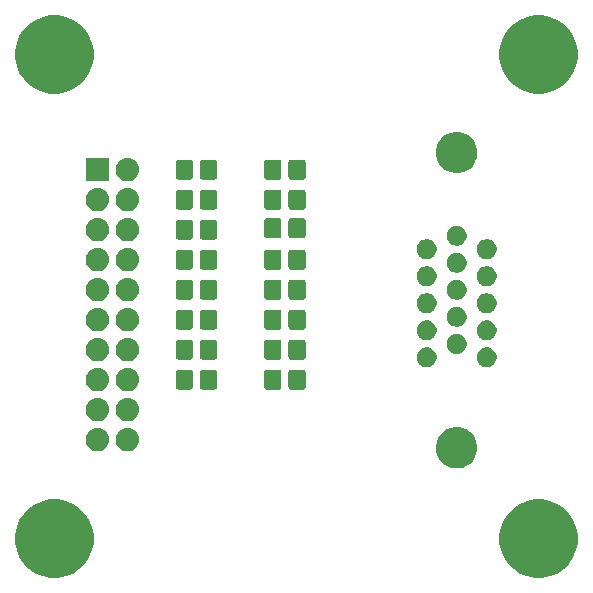
<source format=gts>
G04 #@! TF.GenerationSoftware,KiCad,Pcbnew,(5.0.2)-1*
G04 #@! TF.CreationDate,2019-11-20T06:23:08-05:00*
G04 #@! TF.ProjectId,VGAX49,56474158-3439-42e6-9b69-6361645f7063,X1*
G04 #@! TF.SameCoordinates,Original*
G04 #@! TF.FileFunction,Soldermask,Top*
G04 #@! TF.FilePolarity,Negative*
%FSLAX46Y46*%
G04 Gerber Fmt 4.6, Leading zero omitted, Abs format (unit mm)*
G04 Created by KiCad (PCBNEW (5.0.2)-1) date 11/20/2019 6:23:08 AM*
%MOMM*%
%LPD*%
G01*
G04 APERTURE LIST*
%ADD10C,0.150000*%
G04 APERTURE END LIST*
D10*
G36*
X55970564Y-51800469D02*
X55970566Y-51800470D01*
X55970567Y-51800470D01*
X56576115Y-52051296D01*
X56576116Y-52051297D01*
X57121097Y-52415442D01*
X57584558Y-52878903D01*
X57584560Y-52878906D01*
X57948704Y-53423885D01*
X58199530Y-54029433D01*
X58327400Y-54672280D01*
X58327400Y-55327720D01*
X58199530Y-55970567D01*
X57948704Y-56576115D01*
X57948703Y-56576116D01*
X57584558Y-57121097D01*
X57121097Y-57584558D01*
X57121094Y-57584560D01*
X56576115Y-57948704D01*
X55970567Y-58199530D01*
X55970566Y-58199530D01*
X55970564Y-58199531D01*
X55327722Y-58327400D01*
X54672278Y-58327400D01*
X54029436Y-58199531D01*
X54029434Y-58199530D01*
X54029433Y-58199530D01*
X53423885Y-57948704D01*
X52878906Y-57584560D01*
X52878903Y-57584558D01*
X52415442Y-57121097D01*
X52051297Y-56576116D01*
X52051296Y-56576115D01*
X51800470Y-55970567D01*
X51672600Y-55327720D01*
X51672600Y-54672280D01*
X51800470Y-54029433D01*
X52051296Y-53423885D01*
X52415440Y-52878906D01*
X52415442Y-52878903D01*
X52878903Y-52415442D01*
X53423884Y-52051297D01*
X53423885Y-52051296D01*
X54029433Y-51800470D01*
X54029434Y-51800470D01*
X54029436Y-51800469D01*
X54672278Y-51672600D01*
X55327722Y-51672600D01*
X55970564Y-51800469D01*
X55970564Y-51800469D01*
G37*
G36*
X14970564Y-51800469D02*
X14970566Y-51800470D01*
X14970567Y-51800470D01*
X15576115Y-52051296D01*
X15576116Y-52051297D01*
X16121097Y-52415442D01*
X16584558Y-52878903D01*
X16584560Y-52878906D01*
X16948704Y-53423885D01*
X17199530Y-54029433D01*
X17327400Y-54672280D01*
X17327400Y-55327720D01*
X17199530Y-55970567D01*
X16948704Y-56576115D01*
X16948703Y-56576116D01*
X16584558Y-57121097D01*
X16121097Y-57584558D01*
X16121094Y-57584560D01*
X15576115Y-57948704D01*
X14970567Y-58199530D01*
X14970566Y-58199530D01*
X14970564Y-58199531D01*
X14327722Y-58327400D01*
X13672278Y-58327400D01*
X13029436Y-58199531D01*
X13029434Y-58199530D01*
X13029433Y-58199530D01*
X12423885Y-57948704D01*
X11878906Y-57584560D01*
X11878903Y-57584558D01*
X11415442Y-57121097D01*
X11051297Y-56576116D01*
X11051296Y-56576115D01*
X10800470Y-55970567D01*
X10672600Y-55327720D01*
X10672600Y-54672280D01*
X10800470Y-54029433D01*
X11051296Y-53423885D01*
X11415440Y-52878906D01*
X11415442Y-52878903D01*
X11878903Y-52415442D01*
X12423884Y-52051297D01*
X12423885Y-52051296D01*
X13029433Y-51800470D01*
X13029434Y-51800470D01*
X13029436Y-51800469D01*
X13672278Y-51672600D01*
X14327722Y-51672600D01*
X14970564Y-51800469D01*
X14970564Y-51800469D01*
G37*
G36*
X48570493Y-45607203D02*
X48570495Y-45607204D01*
X48570496Y-45607204D01*
X48889413Y-45739303D01*
X49125074Y-45896767D01*
X49176433Y-45931084D01*
X49420516Y-46175167D01*
X49420518Y-46175170D01*
X49612297Y-46462187D01*
X49744396Y-46781104D01*
X49744397Y-46781107D01*
X49811740Y-47119662D01*
X49811740Y-47464858D01*
X49782591Y-47611400D01*
X49744396Y-47803416D01*
X49612297Y-48122333D01*
X49421383Y-48408056D01*
X49420516Y-48409353D01*
X49176433Y-48653436D01*
X49176430Y-48653438D01*
X48889413Y-48845217D01*
X48570496Y-48977316D01*
X48570495Y-48977316D01*
X48570493Y-48977317D01*
X48231938Y-49044660D01*
X47886742Y-49044660D01*
X47548187Y-48977317D01*
X47548185Y-48977316D01*
X47548184Y-48977316D01*
X47229267Y-48845217D01*
X46942250Y-48653438D01*
X46942247Y-48653436D01*
X46698164Y-48409353D01*
X46697297Y-48408056D01*
X46506383Y-48122333D01*
X46374284Y-47803416D01*
X46336090Y-47611400D01*
X46306940Y-47464858D01*
X46306940Y-47119662D01*
X46374283Y-46781107D01*
X46374284Y-46781104D01*
X46506383Y-46462187D01*
X46698162Y-46175170D01*
X46698164Y-46175167D01*
X46942247Y-45931084D01*
X46993606Y-45896767D01*
X47229267Y-45739303D01*
X47548184Y-45607204D01*
X47548185Y-45607204D01*
X47548187Y-45607203D01*
X47886742Y-45539860D01*
X48231938Y-45539860D01*
X48570493Y-45607203D01*
X48570493Y-45607203D01*
G37*
G36*
X17849501Y-45621103D02*
X17849504Y-45621104D01*
X17849505Y-45621104D01*
X18038458Y-45678422D01*
X18038460Y-45678423D01*
X18038463Y-45678424D01*
X18212595Y-45771499D01*
X18365233Y-45896767D01*
X18490501Y-46049405D01*
X18583576Y-46223537D01*
X18640897Y-46412499D01*
X18660250Y-46609000D01*
X18640897Y-46805501D01*
X18583576Y-46994463D01*
X18490501Y-47168595D01*
X18365233Y-47321233D01*
X18212595Y-47446501D01*
X18038463Y-47539576D01*
X18038460Y-47539577D01*
X18038458Y-47539578D01*
X17849505Y-47596896D01*
X17849504Y-47596896D01*
X17849501Y-47596897D01*
X17702247Y-47611400D01*
X17603753Y-47611400D01*
X17456499Y-47596897D01*
X17456496Y-47596896D01*
X17456495Y-47596896D01*
X17267542Y-47539578D01*
X17267540Y-47539577D01*
X17267537Y-47539576D01*
X17093405Y-47446501D01*
X16940767Y-47321233D01*
X16815499Y-47168595D01*
X16722424Y-46994463D01*
X16665103Y-46805501D01*
X16645750Y-46609000D01*
X16665103Y-46412499D01*
X16722424Y-46223537D01*
X16815499Y-46049405D01*
X16940767Y-45896767D01*
X17093405Y-45771499D01*
X17267537Y-45678424D01*
X17267540Y-45678423D01*
X17267542Y-45678422D01*
X17456495Y-45621104D01*
X17456496Y-45621104D01*
X17456499Y-45621103D01*
X17603753Y-45606600D01*
X17702247Y-45606600D01*
X17849501Y-45621103D01*
X17849501Y-45621103D01*
G37*
G36*
X20389501Y-45621103D02*
X20389504Y-45621104D01*
X20389505Y-45621104D01*
X20578458Y-45678422D01*
X20578460Y-45678423D01*
X20578463Y-45678424D01*
X20752595Y-45771499D01*
X20905233Y-45896767D01*
X21030501Y-46049405D01*
X21123576Y-46223537D01*
X21180897Y-46412499D01*
X21200250Y-46609000D01*
X21180897Y-46805501D01*
X21123576Y-46994463D01*
X21030501Y-47168595D01*
X20905233Y-47321233D01*
X20752595Y-47446501D01*
X20578463Y-47539576D01*
X20578460Y-47539577D01*
X20578458Y-47539578D01*
X20389505Y-47596896D01*
X20389504Y-47596896D01*
X20389501Y-47596897D01*
X20242247Y-47611400D01*
X20143753Y-47611400D01*
X19996499Y-47596897D01*
X19996496Y-47596896D01*
X19996495Y-47596896D01*
X19807542Y-47539578D01*
X19807540Y-47539577D01*
X19807537Y-47539576D01*
X19633405Y-47446501D01*
X19480767Y-47321233D01*
X19355499Y-47168595D01*
X19262424Y-46994463D01*
X19205103Y-46805501D01*
X19185750Y-46609000D01*
X19205103Y-46412499D01*
X19262424Y-46223537D01*
X19355499Y-46049405D01*
X19480767Y-45896767D01*
X19633405Y-45771499D01*
X19807537Y-45678424D01*
X19807540Y-45678423D01*
X19807542Y-45678422D01*
X19996495Y-45621104D01*
X19996496Y-45621104D01*
X19996499Y-45621103D01*
X20143753Y-45606600D01*
X20242247Y-45606600D01*
X20389501Y-45621103D01*
X20389501Y-45621103D01*
G37*
G36*
X20389501Y-43081103D02*
X20389504Y-43081104D01*
X20389505Y-43081104D01*
X20578458Y-43138422D01*
X20578460Y-43138423D01*
X20578463Y-43138424D01*
X20752595Y-43231499D01*
X20905233Y-43356767D01*
X21030501Y-43509405D01*
X21123576Y-43683537D01*
X21180897Y-43872499D01*
X21200250Y-44069000D01*
X21180897Y-44265501D01*
X21123576Y-44454463D01*
X21030501Y-44628595D01*
X20905233Y-44781233D01*
X20752595Y-44906501D01*
X20578463Y-44999576D01*
X20578460Y-44999577D01*
X20578458Y-44999578D01*
X20389505Y-45056896D01*
X20389504Y-45056896D01*
X20389501Y-45056897D01*
X20242247Y-45071400D01*
X20143753Y-45071400D01*
X19996499Y-45056897D01*
X19996496Y-45056896D01*
X19996495Y-45056896D01*
X19807542Y-44999578D01*
X19807540Y-44999577D01*
X19807537Y-44999576D01*
X19633405Y-44906501D01*
X19480767Y-44781233D01*
X19355499Y-44628595D01*
X19262424Y-44454463D01*
X19205103Y-44265501D01*
X19185750Y-44069000D01*
X19205103Y-43872499D01*
X19262424Y-43683537D01*
X19355499Y-43509405D01*
X19480767Y-43356767D01*
X19633405Y-43231499D01*
X19807537Y-43138424D01*
X19807540Y-43138423D01*
X19807542Y-43138422D01*
X19996495Y-43081104D01*
X19996496Y-43081104D01*
X19996499Y-43081103D01*
X20143753Y-43066600D01*
X20242247Y-43066600D01*
X20389501Y-43081103D01*
X20389501Y-43081103D01*
G37*
G36*
X17849501Y-43081103D02*
X17849504Y-43081104D01*
X17849505Y-43081104D01*
X18038458Y-43138422D01*
X18038460Y-43138423D01*
X18038463Y-43138424D01*
X18212595Y-43231499D01*
X18365233Y-43356767D01*
X18490501Y-43509405D01*
X18583576Y-43683537D01*
X18640897Y-43872499D01*
X18660250Y-44069000D01*
X18640897Y-44265501D01*
X18583576Y-44454463D01*
X18490501Y-44628595D01*
X18365233Y-44781233D01*
X18212595Y-44906501D01*
X18038463Y-44999576D01*
X18038460Y-44999577D01*
X18038458Y-44999578D01*
X17849505Y-45056896D01*
X17849504Y-45056896D01*
X17849501Y-45056897D01*
X17702247Y-45071400D01*
X17603753Y-45071400D01*
X17456499Y-45056897D01*
X17456496Y-45056896D01*
X17456495Y-45056896D01*
X17267542Y-44999578D01*
X17267540Y-44999577D01*
X17267537Y-44999576D01*
X17093405Y-44906501D01*
X16940767Y-44781233D01*
X16815499Y-44628595D01*
X16722424Y-44454463D01*
X16665103Y-44265501D01*
X16645750Y-44069000D01*
X16665103Y-43872499D01*
X16722424Y-43683537D01*
X16815499Y-43509405D01*
X16940767Y-43356767D01*
X17093405Y-43231499D01*
X17267537Y-43138424D01*
X17267540Y-43138423D01*
X17267542Y-43138422D01*
X17456495Y-43081104D01*
X17456496Y-43081104D01*
X17456499Y-43081103D01*
X17603753Y-43066600D01*
X17702247Y-43066600D01*
X17849501Y-43081103D01*
X17849501Y-43081103D01*
G37*
G36*
X20389501Y-40541103D02*
X20389504Y-40541104D01*
X20389505Y-40541104D01*
X20578458Y-40598422D01*
X20578460Y-40598423D01*
X20578463Y-40598424D01*
X20752595Y-40691499D01*
X20905233Y-40816767D01*
X21030501Y-40969405D01*
X21123576Y-41143537D01*
X21180897Y-41332499D01*
X21200250Y-41529000D01*
X21180897Y-41725501D01*
X21123576Y-41914463D01*
X21030501Y-42088595D01*
X20905233Y-42241233D01*
X20752595Y-42366501D01*
X20578463Y-42459576D01*
X20578460Y-42459577D01*
X20578458Y-42459578D01*
X20389505Y-42516896D01*
X20389504Y-42516896D01*
X20389501Y-42516897D01*
X20242247Y-42531400D01*
X20143753Y-42531400D01*
X19996499Y-42516897D01*
X19996496Y-42516896D01*
X19996495Y-42516896D01*
X19807542Y-42459578D01*
X19807540Y-42459577D01*
X19807537Y-42459576D01*
X19633405Y-42366501D01*
X19480767Y-42241233D01*
X19355499Y-42088595D01*
X19262424Y-41914463D01*
X19205103Y-41725501D01*
X19185750Y-41529000D01*
X19205103Y-41332499D01*
X19262424Y-41143537D01*
X19355499Y-40969405D01*
X19480767Y-40816767D01*
X19633405Y-40691499D01*
X19807537Y-40598424D01*
X19807540Y-40598423D01*
X19807542Y-40598422D01*
X19996495Y-40541104D01*
X19996496Y-40541104D01*
X19996499Y-40541103D01*
X20143753Y-40526600D01*
X20242247Y-40526600D01*
X20389501Y-40541103D01*
X20389501Y-40541103D01*
G37*
G36*
X17849501Y-40541103D02*
X17849504Y-40541104D01*
X17849505Y-40541104D01*
X18038458Y-40598422D01*
X18038460Y-40598423D01*
X18038463Y-40598424D01*
X18212595Y-40691499D01*
X18365233Y-40816767D01*
X18490501Y-40969405D01*
X18583576Y-41143537D01*
X18640897Y-41332499D01*
X18660250Y-41529000D01*
X18640897Y-41725501D01*
X18583576Y-41914463D01*
X18490501Y-42088595D01*
X18365233Y-42241233D01*
X18212595Y-42366501D01*
X18038463Y-42459576D01*
X18038460Y-42459577D01*
X18038458Y-42459578D01*
X17849505Y-42516896D01*
X17849504Y-42516896D01*
X17849501Y-42516897D01*
X17702247Y-42531400D01*
X17603753Y-42531400D01*
X17456499Y-42516897D01*
X17456496Y-42516896D01*
X17456495Y-42516896D01*
X17267542Y-42459578D01*
X17267540Y-42459577D01*
X17267537Y-42459576D01*
X17093405Y-42366501D01*
X16940767Y-42241233D01*
X16815499Y-42088595D01*
X16722424Y-41914463D01*
X16665103Y-41725501D01*
X16645750Y-41529000D01*
X16665103Y-41332499D01*
X16722424Y-41143537D01*
X16815499Y-40969405D01*
X16940767Y-40816767D01*
X17093405Y-40691499D01*
X17267537Y-40598424D01*
X17267540Y-40598423D01*
X17267542Y-40598422D01*
X17456495Y-40541104D01*
X17456496Y-40541104D01*
X17456499Y-40541103D01*
X17603753Y-40526600D01*
X17702247Y-40526600D01*
X17849501Y-40541103D01*
X17849501Y-40541103D01*
G37*
G36*
X33032591Y-40681912D02*
X33078549Y-40695854D01*
X33120907Y-40718495D01*
X33158035Y-40748965D01*
X33188505Y-40786093D01*
X33211146Y-40828451D01*
X33225088Y-40874409D01*
X33230400Y-40928348D01*
X33230400Y-42129652D01*
X33225088Y-42183591D01*
X33211146Y-42229549D01*
X33188505Y-42271907D01*
X33158035Y-42309035D01*
X33120907Y-42339505D01*
X33078549Y-42362146D01*
X33032591Y-42376088D01*
X32978652Y-42381400D01*
X32027348Y-42381400D01*
X31973409Y-42376088D01*
X31927451Y-42362146D01*
X31885093Y-42339505D01*
X31847965Y-42309035D01*
X31817495Y-42271907D01*
X31794854Y-42229549D01*
X31780912Y-42183591D01*
X31775600Y-42129652D01*
X31775600Y-40928348D01*
X31780912Y-40874409D01*
X31794854Y-40828451D01*
X31817495Y-40786093D01*
X31847965Y-40748965D01*
X31885093Y-40718495D01*
X31927451Y-40695854D01*
X31973409Y-40681912D01*
X32027348Y-40676600D01*
X32978652Y-40676600D01*
X33032591Y-40681912D01*
X33032591Y-40681912D01*
G37*
G36*
X35082591Y-40681912D02*
X35128549Y-40695854D01*
X35170907Y-40718495D01*
X35208035Y-40748965D01*
X35238505Y-40786093D01*
X35261146Y-40828451D01*
X35275088Y-40874409D01*
X35280400Y-40928348D01*
X35280400Y-42129652D01*
X35275088Y-42183591D01*
X35261146Y-42229549D01*
X35238505Y-42271907D01*
X35208035Y-42309035D01*
X35170907Y-42339505D01*
X35128549Y-42362146D01*
X35082591Y-42376088D01*
X35028652Y-42381400D01*
X34077348Y-42381400D01*
X34023409Y-42376088D01*
X33977451Y-42362146D01*
X33935093Y-42339505D01*
X33897965Y-42309035D01*
X33867495Y-42271907D01*
X33844854Y-42229549D01*
X33830912Y-42183591D01*
X33825600Y-42129652D01*
X33825600Y-40928348D01*
X33830912Y-40874409D01*
X33844854Y-40828451D01*
X33867495Y-40786093D01*
X33897965Y-40748965D01*
X33935093Y-40718495D01*
X33977451Y-40695854D01*
X34023409Y-40681912D01*
X34077348Y-40676600D01*
X35028652Y-40676600D01*
X35082591Y-40681912D01*
X35082591Y-40681912D01*
G37*
G36*
X25539591Y-40681912D02*
X25585549Y-40695854D01*
X25627907Y-40718495D01*
X25665035Y-40748965D01*
X25695505Y-40786093D01*
X25718146Y-40828451D01*
X25732088Y-40874409D01*
X25737400Y-40928348D01*
X25737400Y-42129652D01*
X25732088Y-42183591D01*
X25718146Y-42229549D01*
X25695505Y-42271907D01*
X25665035Y-42309035D01*
X25627907Y-42339505D01*
X25585549Y-42362146D01*
X25539591Y-42376088D01*
X25485652Y-42381400D01*
X24534348Y-42381400D01*
X24480409Y-42376088D01*
X24434451Y-42362146D01*
X24392093Y-42339505D01*
X24354965Y-42309035D01*
X24324495Y-42271907D01*
X24301854Y-42229549D01*
X24287912Y-42183591D01*
X24282600Y-42129652D01*
X24282600Y-40928348D01*
X24287912Y-40874409D01*
X24301854Y-40828451D01*
X24324495Y-40786093D01*
X24354965Y-40748965D01*
X24392093Y-40718495D01*
X24434451Y-40695854D01*
X24480409Y-40681912D01*
X24534348Y-40676600D01*
X25485652Y-40676600D01*
X25539591Y-40681912D01*
X25539591Y-40681912D01*
G37*
G36*
X27589591Y-40681912D02*
X27635549Y-40695854D01*
X27677907Y-40718495D01*
X27715035Y-40748965D01*
X27745505Y-40786093D01*
X27768146Y-40828451D01*
X27782088Y-40874409D01*
X27787400Y-40928348D01*
X27787400Y-42129652D01*
X27782088Y-42183591D01*
X27768146Y-42229549D01*
X27745505Y-42271907D01*
X27715035Y-42309035D01*
X27677907Y-42339505D01*
X27635549Y-42362146D01*
X27589591Y-42376088D01*
X27535652Y-42381400D01*
X26584348Y-42381400D01*
X26530409Y-42376088D01*
X26484451Y-42362146D01*
X26442093Y-42339505D01*
X26404965Y-42309035D01*
X26374495Y-42271907D01*
X26351854Y-42229549D01*
X26337912Y-42183591D01*
X26332600Y-42129652D01*
X26332600Y-40928348D01*
X26337912Y-40874409D01*
X26351854Y-40828451D01*
X26374495Y-40786093D01*
X26404965Y-40748965D01*
X26442093Y-40718495D01*
X26484451Y-40695854D01*
X26530409Y-40681912D01*
X26584348Y-40676600D01*
X27535652Y-40676600D01*
X27589591Y-40681912D01*
X27589591Y-40681912D01*
G37*
G36*
X50847536Y-38828659D02*
X50847539Y-38828660D01*
X50847538Y-38828660D01*
X51002392Y-38892802D01*
X51139878Y-38984668D01*
X51141760Y-38985925D01*
X51260275Y-39104440D01*
X51260277Y-39104443D01*
X51353398Y-39243808D01*
X51359242Y-39257917D01*
X51417541Y-39398664D01*
X51450240Y-39563052D01*
X51450240Y-39730668D01*
X51417541Y-39895056D01*
X51417540Y-39895058D01*
X51353398Y-40049912D01*
X51353397Y-40049913D01*
X51260275Y-40189280D01*
X51141760Y-40307795D01*
X51141757Y-40307797D01*
X51002392Y-40400918D01*
X50882619Y-40450529D01*
X50847536Y-40465061D01*
X50683148Y-40497760D01*
X50515532Y-40497760D01*
X50351144Y-40465061D01*
X50316061Y-40450529D01*
X50196288Y-40400918D01*
X50056923Y-40307797D01*
X50056920Y-40307795D01*
X49938405Y-40189280D01*
X49845283Y-40049913D01*
X49845282Y-40049912D01*
X49781140Y-39895058D01*
X49781139Y-39895056D01*
X49748440Y-39730668D01*
X49748440Y-39563052D01*
X49781139Y-39398664D01*
X49839438Y-39257917D01*
X49845282Y-39243808D01*
X49938403Y-39104443D01*
X49938405Y-39104440D01*
X50056920Y-38985925D01*
X50058802Y-38984668D01*
X50196288Y-38892802D01*
X50351142Y-38828660D01*
X50351141Y-38828660D01*
X50351144Y-38828659D01*
X50515532Y-38795960D01*
X50683148Y-38795960D01*
X50847536Y-38828659D01*
X50847536Y-38828659D01*
G37*
G36*
X45767536Y-38828659D02*
X45767539Y-38828660D01*
X45767538Y-38828660D01*
X45922392Y-38892802D01*
X46059878Y-38984668D01*
X46061760Y-38985925D01*
X46180275Y-39104440D01*
X46180277Y-39104443D01*
X46273398Y-39243808D01*
X46279242Y-39257917D01*
X46337541Y-39398664D01*
X46370240Y-39563052D01*
X46370240Y-39730668D01*
X46337541Y-39895056D01*
X46337540Y-39895058D01*
X46273398Y-40049912D01*
X46273397Y-40049913D01*
X46180275Y-40189280D01*
X46061760Y-40307795D01*
X46061757Y-40307797D01*
X45922392Y-40400918D01*
X45802619Y-40450529D01*
X45767536Y-40465061D01*
X45603148Y-40497760D01*
X45435532Y-40497760D01*
X45271144Y-40465061D01*
X45236061Y-40450529D01*
X45116288Y-40400918D01*
X44976923Y-40307797D01*
X44976920Y-40307795D01*
X44858405Y-40189280D01*
X44765283Y-40049913D01*
X44765282Y-40049912D01*
X44701140Y-39895058D01*
X44701139Y-39895056D01*
X44668440Y-39730668D01*
X44668440Y-39563052D01*
X44701139Y-39398664D01*
X44759438Y-39257917D01*
X44765282Y-39243808D01*
X44858403Y-39104443D01*
X44858405Y-39104440D01*
X44976920Y-38985925D01*
X44978802Y-38984668D01*
X45116288Y-38892802D01*
X45271142Y-38828660D01*
X45271141Y-38828660D01*
X45271144Y-38828659D01*
X45435532Y-38795960D01*
X45603148Y-38795960D01*
X45767536Y-38828659D01*
X45767536Y-38828659D01*
G37*
G36*
X17849501Y-38001103D02*
X17849504Y-38001104D01*
X17849505Y-38001104D01*
X18038458Y-38058422D01*
X18038460Y-38058423D01*
X18038463Y-38058424D01*
X18212595Y-38151499D01*
X18365233Y-38276767D01*
X18490501Y-38429405D01*
X18583576Y-38603537D01*
X18583577Y-38603540D01*
X18583578Y-38603542D01*
X18640896Y-38792495D01*
X18640897Y-38792499D01*
X18660250Y-38989000D01*
X18640897Y-39185501D01*
X18640896Y-39185504D01*
X18640896Y-39185505D01*
X18599473Y-39322060D01*
X18583576Y-39374463D01*
X18490501Y-39548595D01*
X18365233Y-39701233D01*
X18212595Y-39826501D01*
X18038463Y-39919576D01*
X18038460Y-39919577D01*
X18038458Y-39919578D01*
X17849505Y-39976896D01*
X17849504Y-39976896D01*
X17849501Y-39976897D01*
X17702247Y-39991400D01*
X17603753Y-39991400D01*
X17456499Y-39976897D01*
X17456496Y-39976896D01*
X17456495Y-39976896D01*
X17267542Y-39919578D01*
X17267540Y-39919577D01*
X17267537Y-39919576D01*
X17093405Y-39826501D01*
X16940767Y-39701233D01*
X16815499Y-39548595D01*
X16722424Y-39374463D01*
X16706528Y-39322060D01*
X16665104Y-39185505D01*
X16665104Y-39185504D01*
X16665103Y-39185501D01*
X16645750Y-38989000D01*
X16665103Y-38792499D01*
X16665104Y-38792495D01*
X16722422Y-38603542D01*
X16722423Y-38603540D01*
X16722424Y-38603537D01*
X16815499Y-38429405D01*
X16940767Y-38276767D01*
X17093405Y-38151499D01*
X17267537Y-38058424D01*
X17267540Y-38058423D01*
X17267542Y-38058422D01*
X17456495Y-38001104D01*
X17456496Y-38001104D01*
X17456499Y-38001103D01*
X17603753Y-37986600D01*
X17702247Y-37986600D01*
X17849501Y-38001103D01*
X17849501Y-38001103D01*
G37*
G36*
X20389501Y-38001103D02*
X20389504Y-38001104D01*
X20389505Y-38001104D01*
X20578458Y-38058422D01*
X20578460Y-38058423D01*
X20578463Y-38058424D01*
X20752595Y-38151499D01*
X20905233Y-38276767D01*
X21030501Y-38429405D01*
X21123576Y-38603537D01*
X21123577Y-38603540D01*
X21123578Y-38603542D01*
X21180896Y-38792495D01*
X21180897Y-38792499D01*
X21200250Y-38989000D01*
X21180897Y-39185501D01*
X21180896Y-39185504D01*
X21180896Y-39185505D01*
X21139473Y-39322060D01*
X21123576Y-39374463D01*
X21030501Y-39548595D01*
X20905233Y-39701233D01*
X20752595Y-39826501D01*
X20578463Y-39919576D01*
X20578460Y-39919577D01*
X20578458Y-39919578D01*
X20389505Y-39976896D01*
X20389504Y-39976896D01*
X20389501Y-39976897D01*
X20242247Y-39991400D01*
X20143753Y-39991400D01*
X19996499Y-39976897D01*
X19996496Y-39976896D01*
X19996495Y-39976896D01*
X19807542Y-39919578D01*
X19807540Y-39919577D01*
X19807537Y-39919576D01*
X19633405Y-39826501D01*
X19480767Y-39701233D01*
X19355499Y-39548595D01*
X19262424Y-39374463D01*
X19246528Y-39322060D01*
X19205104Y-39185505D01*
X19205104Y-39185504D01*
X19205103Y-39185501D01*
X19185750Y-38989000D01*
X19205103Y-38792499D01*
X19205104Y-38792495D01*
X19262422Y-38603542D01*
X19262423Y-38603540D01*
X19262424Y-38603537D01*
X19355499Y-38429405D01*
X19480767Y-38276767D01*
X19633405Y-38151499D01*
X19807537Y-38058424D01*
X19807540Y-38058423D01*
X19807542Y-38058422D01*
X19996495Y-38001104D01*
X19996496Y-38001104D01*
X19996499Y-38001103D01*
X20143753Y-37986600D01*
X20242247Y-37986600D01*
X20389501Y-38001103D01*
X20389501Y-38001103D01*
G37*
G36*
X33032591Y-38141912D02*
X33078549Y-38155854D01*
X33120907Y-38178495D01*
X33158035Y-38208965D01*
X33188505Y-38246093D01*
X33211146Y-38288451D01*
X33225088Y-38334409D01*
X33230400Y-38388348D01*
X33230400Y-39589652D01*
X33225088Y-39643591D01*
X33211146Y-39689549D01*
X33188505Y-39731907D01*
X33158035Y-39769035D01*
X33120907Y-39799505D01*
X33078549Y-39822146D01*
X33032591Y-39836088D01*
X32978652Y-39841400D01*
X32027348Y-39841400D01*
X31973409Y-39836088D01*
X31927451Y-39822146D01*
X31885093Y-39799505D01*
X31847965Y-39769035D01*
X31817495Y-39731907D01*
X31794854Y-39689549D01*
X31780912Y-39643591D01*
X31775600Y-39589652D01*
X31775600Y-38388348D01*
X31780912Y-38334409D01*
X31794854Y-38288451D01*
X31817495Y-38246093D01*
X31847965Y-38208965D01*
X31885093Y-38178495D01*
X31927451Y-38155854D01*
X31973409Y-38141912D01*
X32027348Y-38136600D01*
X32978652Y-38136600D01*
X33032591Y-38141912D01*
X33032591Y-38141912D01*
G37*
G36*
X35082591Y-38141912D02*
X35128549Y-38155854D01*
X35170907Y-38178495D01*
X35208035Y-38208965D01*
X35238505Y-38246093D01*
X35261146Y-38288451D01*
X35275088Y-38334409D01*
X35280400Y-38388348D01*
X35280400Y-39589652D01*
X35275088Y-39643591D01*
X35261146Y-39689549D01*
X35238505Y-39731907D01*
X35208035Y-39769035D01*
X35170907Y-39799505D01*
X35128549Y-39822146D01*
X35082591Y-39836088D01*
X35028652Y-39841400D01*
X34077348Y-39841400D01*
X34023409Y-39836088D01*
X33977451Y-39822146D01*
X33935093Y-39799505D01*
X33897965Y-39769035D01*
X33867495Y-39731907D01*
X33844854Y-39689549D01*
X33830912Y-39643591D01*
X33825600Y-39589652D01*
X33825600Y-38388348D01*
X33830912Y-38334409D01*
X33844854Y-38288451D01*
X33867495Y-38246093D01*
X33897965Y-38208965D01*
X33935093Y-38178495D01*
X33977451Y-38155854D01*
X34023409Y-38141912D01*
X34077348Y-38136600D01*
X35028652Y-38136600D01*
X35082591Y-38141912D01*
X35082591Y-38141912D01*
G37*
G36*
X27589591Y-38141912D02*
X27635549Y-38155854D01*
X27677907Y-38178495D01*
X27715035Y-38208965D01*
X27745505Y-38246093D01*
X27768146Y-38288451D01*
X27782088Y-38334409D01*
X27787400Y-38388348D01*
X27787400Y-39589652D01*
X27782088Y-39643591D01*
X27768146Y-39689549D01*
X27745505Y-39731907D01*
X27715035Y-39769035D01*
X27677907Y-39799505D01*
X27635549Y-39822146D01*
X27589591Y-39836088D01*
X27535652Y-39841400D01*
X26584348Y-39841400D01*
X26530409Y-39836088D01*
X26484451Y-39822146D01*
X26442093Y-39799505D01*
X26404965Y-39769035D01*
X26374495Y-39731907D01*
X26351854Y-39689549D01*
X26337912Y-39643591D01*
X26332600Y-39589652D01*
X26332600Y-38388348D01*
X26337912Y-38334409D01*
X26351854Y-38288451D01*
X26374495Y-38246093D01*
X26404965Y-38208965D01*
X26442093Y-38178495D01*
X26484451Y-38155854D01*
X26530409Y-38141912D01*
X26584348Y-38136600D01*
X27535652Y-38136600D01*
X27589591Y-38141912D01*
X27589591Y-38141912D01*
G37*
G36*
X25539591Y-38141912D02*
X25585549Y-38155854D01*
X25627907Y-38178495D01*
X25665035Y-38208965D01*
X25695505Y-38246093D01*
X25718146Y-38288451D01*
X25732088Y-38334409D01*
X25737400Y-38388348D01*
X25737400Y-39589652D01*
X25732088Y-39643591D01*
X25718146Y-39689549D01*
X25695505Y-39731907D01*
X25665035Y-39769035D01*
X25627907Y-39799505D01*
X25585549Y-39822146D01*
X25539591Y-39836088D01*
X25485652Y-39841400D01*
X24534348Y-39841400D01*
X24480409Y-39836088D01*
X24434451Y-39822146D01*
X24392093Y-39799505D01*
X24354965Y-39769035D01*
X24324495Y-39731907D01*
X24301854Y-39689549D01*
X24287912Y-39643591D01*
X24282600Y-39589652D01*
X24282600Y-38388348D01*
X24287912Y-38334409D01*
X24301854Y-38288451D01*
X24324495Y-38246093D01*
X24354965Y-38208965D01*
X24392093Y-38178495D01*
X24434451Y-38155854D01*
X24480409Y-38141912D01*
X24534348Y-38136600D01*
X25485652Y-38136600D01*
X25539591Y-38141912D01*
X25539591Y-38141912D01*
G37*
G36*
X48307536Y-37685659D02*
X48307539Y-37685660D01*
X48307538Y-37685660D01*
X48462392Y-37749802D01*
X48479709Y-37761373D01*
X48601760Y-37842925D01*
X48720275Y-37961440D01*
X48720277Y-37961443D01*
X48813398Y-38100808D01*
X48850300Y-38189899D01*
X48877541Y-38255664D01*
X48910240Y-38420052D01*
X48910240Y-38587668D01*
X48877541Y-38752056D01*
X48877540Y-38752058D01*
X48813398Y-38906912D01*
X48813397Y-38906913D01*
X48720275Y-39046280D01*
X48601760Y-39164795D01*
X48601757Y-39164797D01*
X48462392Y-39257918D01*
X48342619Y-39307529D01*
X48307536Y-39322061D01*
X48143148Y-39354760D01*
X47975532Y-39354760D01*
X47811144Y-39322061D01*
X47776061Y-39307529D01*
X47656288Y-39257918D01*
X47516923Y-39164797D01*
X47516920Y-39164795D01*
X47398405Y-39046280D01*
X47305283Y-38906913D01*
X47305282Y-38906912D01*
X47241140Y-38752058D01*
X47241139Y-38752056D01*
X47208440Y-38587668D01*
X47208440Y-38420052D01*
X47241139Y-38255664D01*
X47268380Y-38189899D01*
X47305282Y-38100808D01*
X47398403Y-37961443D01*
X47398405Y-37961440D01*
X47516920Y-37842925D01*
X47638971Y-37761373D01*
X47656288Y-37749802D01*
X47811142Y-37685660D01*
X47811141Y-37685660D01*
X47811144Y-37685659D01*
X47975532Y-37652960D01*
X48143148Y-37652960D01*
X48307536Y-37685659D01*
X48307536Y-37685659D01*
G37*
G36*
X50847536Y-36540119D02*
X50847539Y-36540120D01*
X50847538Y-36540120D01*
X51002392Y-36604262D01*
X51019709Y-36615833D01*
X51141760Y-36697385D01*
X51260275Y-36815900D01*
X51260277Y-36815903D01*
X51353398Y-36955268D01*
X51392493Y-37049652D01*
X51417541Y-37110124D01*
X51450240Y-37274512D01*
X51450240Y-37442128D01*
X51417541Y-37606516D01*
X51417540Y-37606518D01*
X51353398Y-37761372D01*
X51353397Y-37761373D01*
X51260275Y-37900740D01*
X51141760Y-38019255D01*
X51141757Y-38019257D01*
X51002392Y-38112378D01*
X50885794Y-38160674D01*
X50847536Y-38176521D01*
X50683148Y-38209220D01*
X50515532Y-38209220D01*
X50351144Y-38176521D01*
X50312886Y-38160674D01*
X50196288Y-38112378D01*
X50056923Y-38019257D01*
X50056920Y-38019255D01*
X49938405Y-37900740D01*
X49845283Y-37761373D01*
X49845282Y-37761372D01*
X49781140Y-37606518D01*
X49781139Y-37606516D01*
X49748440Y-37442128D01*
X49748440Y-37274512D01*
X49781139Y-37110124D01*
X49806187Y-37049652D01*
X49845282Y-36955268D01*
X49938403Y-36815903D01*
X49938405Y-36815900D01*
X50056920Y-36697385D01*
X50178971Y-36615833D01*
X50196288Y-36604262D01*
X50351142Y-36540120D01*
X50351141Y-36540120D01*
X50351144Y-36540119D01*
X50515532Y-36507420D01*
X50683148Y-36507420D01*
X50847536Y-36540119D01*
X50847536Y-36540119D01*
G37*
G36*
X45767536Y-36540119D02*
X45767539Y-36540120D01*
X45767538Y-36540120D01*
X45922392Y-36604262D01*
X45939709Y-36615833D01*
X46061760Y-36697385D01*
X46180275Y-36815900D01*
X46180277Y-36815903D01*
X46273398Y-36955268D01*
X46312493Y-37049652D01*
X46337541Y-37110124D01*
X46370240Y-37274512D01*
X46370240Y-37442128D01*
X46337541Y-37606516D01*
X46337540Y-37606518D01*
X46273398Y-37761372D01*
X46273397Y-37761373D01*
X46180275Y-37900740D01*
X46061760Y-38019255D01*
X46061757Y-38019257D01*
X45922392Y-38112378D01*
X45805794Y-38160674D01*
X45767536Y-38176521D01*
X45603148Y-38209220D01*
X45435532Y-38209220D01*
X45271144Y-38176521D01*
X45232886Y-38160674D01*
X45116288Y-38112378D01*
X44976923Y-38019257D01*
X44976920Y-38019255D01*
X44858405Y-37900740D01*
X44765283Y-37761373D01*
X44765282Y-37761372D01*
X44701140Y-37606518D01*
X44701139Y-37606516D01*
X44668440Y-37442128D01*
X44668440Y-37274512D01*
X44701139Y-37110124D01*
X44726187Y-37049652D01*
X44765282Y-36955268D01*
X44858403Y-36815903D01*
X44858405Y-36815900D01*
X44976920Y-36697385D01*
X45098971Y-36615833D01*
X45116288Y-36604262D01*
X45271142Y-36540120D01*
X45271141Y-36540120D01*
X45271144Y-36540119D01*
X45435532Y-36507420D01*
X45603148Y-36507420D01*
X45767536Y-36540119D01*
X45767536Y-36540119D01*
G37*
G36*
X20389501Y-35461103D02*
X20389504Y-35461104D01*
X20389505Y-35461104D01*
X20578458Y-35518422D01*
X20578460Y-35518423D01*
X20578463Y-35518424D01*
X20752595Y-35611499D01*
X20905233Y-35736767D01*
X21030501Y-35889405D01*
X21123576Y-36063537D01*
X21123577Y-36063540D01*
X21123578Y-36063542D01*
X21143426Y-36128974D01*
X21180897Y-36252499D01*
X21200250Y-36449000D01*
X21180897Y-36645501D01*
X21180896Y-36645504D01*
X21180896Y-36645505D01*
X21129207Y-36815903D01*
X21123576Y-36834463D01*
X21030501Y-37008595D01*
X20905233Y-37161233D01*
X20752595Y-37286501D01*
X20578463Y-37379576D01*
X20578460Y-37379577D01*
X20578458Y-37379578D01*
X20389505Y-37436896D01*
X20389504Y-37436896D01*
X20389501Y-37436897D01*
X20242247Y-37451400D01*
X20143753Y-37451400D01*
X19996499Y-37436897D01*
X19996496Y-37436896D01*
X19996495Y-37436896D01*
X19807542Y-37379578D01*
X19807540Y-37379577D01*
X19807537Y-37379576D01*
X19633405Y-37286501D01*
X19480767Y-37161233D01*
X19355499Y-37008595D01*
X19262424Y-36834463D01*
X19256794Y-36815903D01*
X19205104Y-36645505D01*
X19205104Y-36645504D01*
X19205103Y-36645501D01*
X19185750Y-36449000D01*
X19205103Y-36252499D01*
X19242574Y-36128974D01*
X19262422Y-36063542D01*
X19262423Y-36063540D01*
X19262424Y-36063537D01*
X19355499Y-35889405D01*
X19480767Y-35736767D01*
X19633405Y-35611499D01*
X19807537Y-35518424D01*
X19807540Y-35518423D01*
X19807542Y-35518422D01*
X19996495Y-35461104D01*
X19996496Y-35461104D01*
X19996499Y-35461103D01*
X20143753Y-35446600D01*
X20242247Y-35446600D01*
X20389501Y-35461103D01*
X20389501Y-35461103D01*
G37*
G36*
X17849501Y-35461103D02*
X17849504Y-35461104D01*
X17849505Y-35461104D01*
X18038458Y-35518422D01*
X18038460Y-35518423D01*
X18038463Y-35518424D01*
X18212595Y-35611499D01*
X18365233Y-35736767D01*
X18490501Y-35889405D01*
X18583576Y-36063537D01*
X18583577Y-36063540D01*
X18583578Y-36063542D01*
X18603426Y-36128974D01*
X18640897Y-36252499D01*
X18660250Y-36449000D01*
X18640897Y-36645501D01*
X18640896Y-36645504D01*
X18640896Y-36645505D01*
X18589207Y-36815903D01*
X18583576Y-36834463D01*
X18490501Y-37008595D01*
X18365233Y-37161233D01*
X18212595Y-37286501D01*
X18038463Y-37379576D01*
X18038460Y-37379577D01*
X18038458Y-37379578D01*
X17849505Y-37436896D01*
X17849504Y-37436896D01*
X17849501Y-37436897D01*
X17702247Y-37451400D01*
X17603753Y-37451400D01*
X17456499Y-37436897D01*
X17456496Y-37436896D01*
X17456495Y-37436896D01*
X17267542Y-37379578D01*
X17267540Y-37379577D01*
X17267537Y-37379576D01*
X17093405Y-37286501D01*
X16940767Y-37161233D01*
X16815499Y-37008595D01*
X16722424Y-36834463D01*
X16716794Y-36815903D01*
X16665104Y-36645505D01*
X16665104Y-36645504D01*
X16665103Y-36645501D01*
X16645750Y-36449000D01*
X16665103Y-36252499D01*
X16702574Y-36128974D01*
X16722422Y-36063542D01*
X16722423Y-36063540D01*
X16722424Y-36063537D01*
X16815499Y-35889405D01*
X16940767Y-35736767D01*
X17093405Y-35611499D01*
X17267537Y-35518424D01*
X17267540Y-35518423D01*
X17267542Y-35518422D01*
X17456495Y-35461104D01*
X17456496Y-35461104D01*
X17456499Y-35461103D01*
X17603753Y-35446600D01*
X17702247Y-35446600D01*
X17849501Y-35461103D01*
X17849501Y-35461103D01*
G37*
G36*
X27589591Y-35601912D02*
X27635549Y-35615854D01*
X27677907Y-35638495D01*
X27715035Y-35668965D01*
X27745505Y-35706093D01*
X27768146Y-35748451D01*
X27782088Y-35794409D01*
X27787400Y-35848348D01*
X27787400Y-37049652D01*
X27782088Y-37103591D01*
X27768146Y-37149549D01*
X27745505Y-37191907D01*
X27715035Y-37229035D01*
X27677907Y-37259505D01*
X27635549Y-37282146D01*
X27589591Y-37296088D01*
X27535652Y-37301400D01*
X26584348Y-37301400D01*
X26530409Y-37296088D01*
X26484451Y-37282146D01*
X26442093Y-37259505D01*
X26404965Y-37229035D01*
X26374495Y-37191907D01*
X26351854Y-37149549D01*
X26337912Y-37103591D01*
X26332600Y-37049652D01*
X26332600Y-35848348D01*
X26337912Y-35794409D01*
X26351854Y-35748451D01*
X26374495Y-35706093D01*
X26404965Y-35668965D01*
X26442093Y-35638495D01*
X26484451Y-35615854D01*
X26530409Y-35601912D01*
X26584348Y-35596600D01*
X27535652Y-35596600D01*
X27589591Y-35601912D01*
X27589591Y-35601912D01*
G37*
G36*
X25539591Y-35601912D02*
X25585549Y-35615854D01*
X25627907Y-35638495D01*
X25665035Y-35668965D01*
X25695505Y-35706093D01*
X25718146Y-35748451D01*
X25732088Y-35794409D01*
X25737400Y-35848348D01*
X25737400Y-37049652D01*
X25732088Y-37103591D01*
X25718146Y-37149549D01*
X25695505Y-37191907D01*
X25665035Y-37229035D01*
X25627907Y-37259505D01*
X25585549Y-37282146D01*
X25539591Y-37296088D01*
X25485652Y-37301400D01*
X24534348Y-37301400D01*
X24480409Y-37296088D01*
X24434451Y-37282146D01*
X24392093Y-37259505D01*
X24354965Y-37229035D01*
X24324495Y-37191907D01*
X24301854Y-37149549D01*
X24287912Y-37103591D01*
X24282600Y-37049652D01*
X24282600Y-35848348D01*
X24287912Y-35794409D01*
X24301854Y-35748451D01*
X24324495Y-35706093D01*
X24354965Y-35668965D01*
X24392093Y-35638495D01*
X24434451Y-35615854D01*
X24480409Y-35601912D01*
X24534348Y-35596600D01*
X25485652Y-35596600D01*
X25539591Y-35601912D01*
X25539591Y-35601912D01*
G37*
G36*
X33032591Y-35601912D02*
X33078549Y-35615854D01*
X33120907Y-35638495D01*
X33158035Y-35668965D01*
X33188505Y-35706093D01*
X33211146Y-35748451D01*
X33225088Y-35794409D01*
X33230400Y-35848348D01*
X33230400Y-37049652D01*
X33225088Y-37103591D01*
X33211146Y-37149549D01*
X33188505Y-37191907D01*
X33158035Y-37229035D01*
X33120907Y-37259505D01*
X33078549Y-37282146D01*
X33032591Y-37296088D01*
X32978652Y-37301400D01*
X32027348Y-37301400D01*
X31973409Y-37296088D01*
X31927451Y-37282146D01*
X31885093Y-37259505D01*
X31847965Y-37229035D01*
X31817495Y-37191907D01*
X31794854Y-37149549D01*
X31780912Y-37103591D01*
X31775600Y-37049652D01*
X31775600Y-35848348D01*
X31780912Y-35794409D01*
X31794854Y-35748451D01*
X31817495Y-35706093D01*
X31847965Y-35668965D01*
X31885093Y-35638495D01*
X31927451Y-35615854D01*
X31973409Y-35601912D01*
X32027348Y-35596600D01*
X32978652Y-35596600D01*
X33032591Y-35601912D01*
X33032591Y-35601912D01*
G37*
G36*
X35082591Y-35601912D02*
X35128549Y-35615854D01*
X35170907Y-35638495D01*
X35208035Y-35668965D01*
X35238505Y-35706093D01*
X35261146Y-35748451D01*
X35275088Y-35794409D01*
X35280400Y-35848348D01*
X35280400Y-37049652D01*
X35275088Y-37103591D01*
X35261146Y-37149549D01*
X35238505Y-37191907D01*
X35208035Y-37229035D01*
X35170907Y-37259505D01*
X35128549Y-37282146D01*
X35082591Y-37296088D01*
X35028652Y-37301400D01*
X34077348Y-37301400D01*
X34023409Y-37296088D01*
X33977451Y-37282146D01*
X33935093Y-37259505D01*
X33897965Y-37229035D01*
X33867495Y-37191907D01*
X33844854Y-37149549D01*
X33830912Y-37103591D01*
X33825600Y-37049652D01*
X33825600Y-35848348D01*
X33830912Y-35794409D01*
X33844854Y-35748451D01*
X33867495Y-35706093D01*
X33897965Y-35668965D01*
X33935093Y-35638495D01*
X33977451Y-35615854D01*
X34023409Y-35601912D01*
X34077348Y-35596600D01*
X35028652Y-35596600D01*
X35082591Y-35601912D01*
X35082591Y-35601912D01*
G37*
G36*
X48307536Y-35394579D02*
X48307539Y-35394580D01*
X48307538Y-35394580D01*
X48462392Y-35458722D01*
X48479709Y-35470293D01*
X48601760Y-35551845D01*
X48720275Y-35670360D01*
X48720277Y-35670363D01*
X48813398Y-35809728D01*
X48844759Y-35885441D01*
X48877541Y-35964584D01*
X48910240Y-36128972D01*
X48910240Y-36296588D01*
X48877541Y-36460976D01*
X48877540Y-36460978D01*
X48813398Y-36615832D01*
X48793571Y-36645505D01*
X48720275Y-36755200D01*
X48601760Y-36873715D01*
X48601757Y-36873717D01*
X48462392Y-36966838D01*
X48361573Y-37008598D01*
X48307536Y-37030981D01*
X48143148Y-37063680D01*
X47975532Y-37063680D01*
X47811144Y-37030981D01*
X47757107Y-37008598D01*
X47656288Y-36966838D01*
X47516923Y-36873717D01*
X47516920Y-36873715D01*
X47398405Y-36755200D01*
X47325109Y-36645505D01*
X47305282Y-36615832D01*
X47241140Y-36460978D01*
X47241139Y-36460976D01*
X47208440Y-36296588D01*
X47208440Y-36128972D01*
X47241139Y-35964584D01*
X47273921Y-35885441D01*
X47305282Y-35809728D01*
X47398403Y-35670363D01*
X47398405Y-35670360D01*
X47516920Y-35551845D01*
X47638971Y-35470293D01*
X47656288Y-35458722D01*
X47811142Y-35394580D01*
X47811141Y-35394580D01*
X47811144Y-35394579D01*
X47975532Y-35361880D01*
X48143148Y-35361880D01*
X48307536Y-35394579D01*
X48307536Y-35394579D01*
G37*
G36*
X50844996Y-34249039D02*
X50844999Y-34249040D01*
X50844998Y-34249040D01*
X50999852Y-34313182D01*
X51135416Y-34403763D01*
X51139220Y-34406305D01*
X51257735Y-34524820D01*
X51257737Y-34524823D01*
X51350858Y-34664188D01*
X51384953Y-34746501D01*
X51415001Y-34819044D01*
X51447700Y-34983432D01*
X51447700Y-35151048D01*
X51415001Y-35315436D01*
X51415000Y-35315438D01*
X51350858Y-35470292D01*
X51350857Y-35470293D01*
X51257735Y-35609660D01*
X51139220Y-35728175D01*
X51139217Y-35728177D01*
X50999852Y-35821298D01*
X50880079Y-35870909D01*
X50844996Y-35885441D01*
X50680608Y-35918140D01*
X50512992Y-35918140D01*
X50348604Y-35885441D01*
X50313521Y-35870909D01*
X50193748Y-35821298D01*
X50054383Y-35728177D01*
X50054380Y-35728175D01*
X49935865Y-35609660D01*
X49842743Y-35470293D01*
X49842742Y-35470292D01*
X49778600Y-35315438D01*
X49778599Y-35315436D01*
X49745900Y-35151048D01*
X49745900Y-34983432D01*
X49778599Y-34819044D01*
X49808647Y-34746501D01*
X49842742Y-34664188D01*
X49935863Y-34524823D01*
X49935865Y-34524820D01*
X50054380Y-34406305D01*
X50058184Y-34403763D01*
X50193748Y-34313182D01*
X50348602Y-34249040D01*
X50348601Y-34249040D01*
X50348604Y-34249039D01*
X50512992Y-34216340D01*
X50680608Y-34216340D01*
X50844996Y-34249039D01*
X50844996Y-34249039D01*
G37*
G36*
X45767536Y-34246499D02*
X45802619Y-34261031D01*
X45922392Y-34310642D01*
X46059878Y-34402508D01*
X46061760Y-34403765D01*
X46180275Y-34522280D01*
X46180277Y-34522283D01*
X46273398Y-34661648D01*
X46306741Y-34742146D01*
X46337541Y-34816504D01*
X46370240Y-34980892D01*
X46370240Y-35148508D01*
X46337541Y-35312896D01*
X46337540Y-35312898D01*
X46273398Y-35467752D01*
X46271700Y-35470293D01*
X46180275Y-35607120D01*
X46061760Y-35725635D01*
X46061757Y-35725637D01*
X45922392Y-35818758D01*
X45844163Y-35851161D01*
X45767536Y-35882901D01*
X45603148Y-35915600D01*
X45435532Y-35915600D01*
X45271144Y-35882901D01*
X45194517Y-35851161D01*
X45116288Y-35818758D01*
X44976923Y-35725637D01*
X44976920Y-35725635D01*
X44858405Y-35607120D01*
X44766980Y-35470293D01*
X44765282Y-35467752D01*
X44701140Y-35312898D01*
X44701139Y-35312896D01*
X44668440Y-35148508D01*
X44668440Y-34980892D01*
X44701139Y-34816504D01*
X44731939Y-34742146D01*
X44765282Y-34661648D01*
X44858403Y-34522283D01*
X44858405Y-34522280D01*
X44976920Y-34403765D01*
X44978802Y-34402508D01*
X45116288Y-34310642D01*
X45236061Y-34261031D01*
X45271144Y-34246499D01*
X45435532Y-34213800D01*
X45603148Y-34213800D01*
X45767536Y-34246499D01*
X45767536Y-34246499D01*
G37*
G36*
X17849501Y-32921103D02*
X17849504Y-32921104D01*
X17849505Y-32921104D01*
X18038458Y-32978422D01*
X18038460Y-32978423D01*
X18038463Y-32978424D01*
X18212595Y-33071499D01*
X18365233Y-33196767D01*
X18490501Y-33349405D01*
X18583576Y-33523537D01*
X18583577Y-33523540D01*
X18583578Y-33523542D01*
X18640896Y-33712495D01*
X18640897Y-33712499D01*
X18660250Y-33909000D01*
X18640897Y-34105501D01*
X18640896Y-34105504D01*
X18640896Y-34105505D01*
X18597356Y-34249039D01*
X18583576Y-34294463D01*
X18490501Y-34468595D01*
X18365233Y-34621233D01*
X18212595Y-34746501D01*
X18038463Y-34839576D01*
X18038460Y-34839577D01*
X18038458Y-34839578D01*
X17849505Y-34896896D01*
X17849504Y-34896896D01*
X17849501Y-34896897D01*
X17702247Y-34911400D01*
X17603753Y-34911400D01*
X17456499Y-34896897D01*
X17456496Y-34896896D01*
X17456495Y-34896896D01*
X17267542Y-34839578D01*
X17267540Y-34839577D01*
X17267537Y-34839576D01*
X17093405Y-34746501D01*
X16940767Y-34621233D01*
X16815499Y-34468595D01*
X16722424Y-34294463D01*
X16708645Y-34249039D01*
X16665104Y-34105505D01*
X16665104Y-34105504D01*
X16665103Y-34105501D01*
X16645750Y-33909000D01*
X16665103Y-33712499D01*
X16665104Y-33712495D01*
X16722422Y-33523542D01*
X16722423Y-33523540D01*
X16722424Y-33523537D01*
X16815499Y-33349405D01*
X16940767Y-33196767D01*
X17093405Y-33071499D01*
X17267537Y-32978424D01*
X17267540Y-32978423D01*
X17267542Y-32978422D01*
X17456495Y-32921104D01*
X17456496Y-32921104D01*
X17456499Y-32921103D01*
X17603753Y-32906600D01*
X17702247Y-32906600D01*
X17849501Y-32921103D01*
X17849501Y-32921103D01*
G37*
G36*
X20389501Y-32921103D02*
X20389504Y-32921104D01*
X20389505Y-32921104D01*
X20578458Y-32978422D01*
X20578460Y-32978423D01*
X20578463Y-32978424D01*
X20752595Y-33071499D01*
X20905233Y-33196767D01*
X21030501Y-33349405D01*
X21123576Y-33523537D01*
X21123577Y-33523540D01*
X21123578Y-33523542D01*
X21180896Y-33712495D01*
X21180897Y-33712499D01*
X21200250Y-33909000D01*
X21180897Y-34105501D01*
X21180896Y-34105504D01*
X21180896Y-34105505D01*
X21137356Y-34249039D01*
X21123576Y-34294463D01*
X21030501Y-34468595D01*
X20905233Y-34621233D01*
X20752595Y-34746501D01*
X20578463Y-34839576D01*
X20578460Y-34839577D01*
X20578458Y-34839578D01*
X20389505Y-34896896D01*
X20389504Y-34896896D01*
X20389501Y-34896897D01*
X20242247Y-34911400D01*
X20143753Y-34911400D01*
X19996499Y-34896897D01*
X19996496Y-34896896D01*
X19996495Y-34896896D01*
X19807542Y-34839578D01*
X19807540Y-34839577D01*
X19807537Y-34839576D01*
X19633405Y-34746501D01*
X19480767Y-34621233D01*
X19355499Y-34468595D01*
X19262424Y-34294463D01*
X19248645Y-34249039D01*
X19205104Y-34105505D01*
X19205104Y-34105504D01*
X19205103Y-34105501D01*
X19185750Y-33909000D01*
X19205103Y-33712499D01*
X19205104Y-33712495D01*
X19262422Y-33523542D01*
X19262423Y-33523540D01*
X19262424Y-33523537D01*
X19355499Y-33349405D01*
X19480767Y-33196767D01*
X19633405Y-33071499D01*
X19807537Y-32978424D01*
X19807540Y-32978423D01*
X19807542Y-32978422D01*
X19996495Y-32921104D01*
X19996496Y-32921104D01*
X19996499Y-32921103D01*
X20143753Y-32906600D01*
X20242247Y-32906600D01*
X20389501Y-32921103D01*
X20389501Y-32921103D01*
G37*
G36*
X48307536Y-33106039D02*
X48307539Y-33106040D01*
X48307538Y-33106040D01*
X48462392Y-33170182D01*
X48519665Y-33208451D01*
X48601760Y-33263305D01*
X48720275Y-33381820D01*
X48720277Y-33381823D01*
X48813398Y-33521188D01*
X48844759Y-33596901D01*
X48877541Y-33676044D01*
X48910240Y-33840432D01*
X48910240Y-34008048D01*
X48877541Y-34172436D01*
X48877540Y-34172438D01*
X48813398Y-34327292D01*
X48762300Y-34403765D01*
X48720275Y-34466660D01*
X48601760Y-34585175D01*
X48601757Y-34585177D01*
X48462392Y-34678298D01*
X48342619Y-34727909D01*
X48307536Y-34742441D01*
X48143148Y-34775140D01*
X47975532Y-34775140D01*
X47811144Y-34742441D01*
X47776061Y-34727909D01*
X47656288Y-34678298D01*
X47516923Y-34585177D01*
X47516920Y-34585175D01*
X47398405Y-34466660D01*
X47356380Y-34403765D01*
X47305282Y-34327292D01*
X47241140Y-34172438D01*
X47241139Y-34172436D01*
X47208440Y-34008048D01*
X47208440Y-33840432D01*
X47241139Y-33676044D01*
X47273921Y-33596901D01*
X47305282Y-33521188D01*
X47398403Y-33381823D01*
X47398405Y-33381820D01*
X47516920Y-33263305D01*
X47599015Y-33208451D01*
X47656288Y-33170182D01*
X47811142Y-33106040D01*
X47811141Y-33106040D01*
X47811144Y-33106039D01*
X47975532Y-33073340D01*
X48143148Y-33073340D01*
X48307536Y-33106039D01*
X48307536Y-33106039D01*
G37*
G36*
X33032591Y-33061912D02*
X33078549Y-33075854D01*
X33120907Y-33098495D01*
X33158035Y-33128965D01*
X33188505Y-33166093D01*
X33211146Y-33208451D01*
X33225088Y-33254409D01*
X33230400Y-33308348D01*
X33230400Y-34509652D01*
X33225088Y-34563591D01*
X33211146Y-34609549D01*
X33188505Y-34651907D01*
X33158035Y-34689035D01*
X33120907Y-34719505D01*
X33078549Y-34742146D01*
X33032591Y-34756088D01*
X32978652Y-34761400D01*
X32027348Y-34761400D01*
X31973409Y-34756088D01*
X31927451Y-34742146D01*
X31885093Y-34719505D01*
X31847965Y-34689035D01*
X31817495Y-34651907D01*
X31794854Y-34609549D01*
X31780912Y-34563591D01*
X31775600Y-34509652D01*
X31775600Y-33308348D01*
X31780912Y-33254409D01*
X31794854Y-33208451D01*
X31817495Y-33166093D01*
X31847965Y-33128965D01*
X31885093Y-33098495D01*
X31927451Y-33075854D01*
X31973409Y-33061912D01*
X32027348Y-33056600D01*
X32978652Y-33056600D01*
X33032591Y-33061912D01*
X33032591Y-33061912D01*
G37*
G36*
X25539591Y-33061912D02*
X25585549Y-33075854D01*
X25627907Y-33098495D01*
X25665035Y-33128965D01*
X25695505Y-33166093D01*
X25718146Y-33208451D01*
X25732088Y-33254409D01*
X25737400Y-33308348D01*
X25737400Y-34509652D01*
X25732088Y-34563591D01*
X25718146Y-34609549D01*
X25695505Y-34651907D01*
X25665035Y-34689035D01*
X25627907Y-34719505D01*
X25585549Y-34742146D01*
X25539591Y-34756088D01*
X25485652Y-34761400D01*
X24534348Y-34761400D01*
X24480409Y-34756088D01*
X24434451Y-34742146D01*
X24392093Y-34719505D01*
X24354965Y-34689035D01*
X24324495Y-34651907D01*
X24301854Y-34609549D01*
X24287912Y-34563591D01*
X24282600Y-34509652D01*
X24282600Y-33308348D01*
X24287912Y-33254409D01*
X24301854Y-33208451D01*
X24324495Y-33166093D01*
X24354965Y-33128965D01*
X24392093Y-33098495D01*
X24434451Y-33075854D01*
X24480409Y-33061912D01*
X24534348Y-33056600D01*
X25485652Y-33056600D01*
X25539591Y-33061912D01*
X25539591Y-33061912D01*
G37*
G36*
X27589591Y-33061912D02*
X27635549Y-33075854D01*
X27677907Y-33098495D01*
X27715035Y-33128965D01*
X27745505Y-33166093D01*
X27768146Y-33208451D01*
X27782088Y-33254409D01*
X27787400Y-33308348D01*
X27787400Y-34509652D01*
X27782088Y-34563591D01*
X27768146Y-34609549D01*
X27745505Y-34651907D01*
X27715035Y-34689035D01*
X27677907Y-34719505D01*
X27635549Y-34742146D01*
X27589591Y-34756088D01*
X27535652Y-34761400D01*
X26584348Y-34761400D01*
X26530409Y-34756088D01*
X26484451Y-34742146D01*
X26442093Y-34719505D01*
X26404965Y-34689035D01*
X26374495Y-34651907D01*
X26351854Y-34609549D01*
X26337912Y-34563591D01*
X26332600Y-34509652D01*
X26332600Y-33308348D01*
X26337912Y-33254409D01*
X26351854Y-33208451D01*
X26374495Y-33166093D01*
X26404965Y-33128965D01*
X26442093Y-33098495D01*
X26484451Y-33075854D01*
X26530409Y-33061912D01*
X26584348Y-33056600D01*
X27535652Y-33056600D01*
X27589591Y-33061912D01*
X27589591Y-33061912D01*
G37*
G36*
X35082591Y-33061912D02*
X35128549Y-33075854D01*
X35170907Y-33098495D01*
X35208035Y-33128965D01*
X35238505Y-33166093D01*
X35261146Y-33208451D01*
X35275088Y-33254409D01*
X35280400Y-33308348D01*
X35280400Y-34509652D01*
X35275088Y-34563591D01*
X35261146Y-34609549D01*
X35238505Y-34651907D01*
X35208035Y-34689035D01*
X35170907Y-34719505D01*
X35128549Y-34742146D01*
X35082591Y-34756088D01*
X35028652Y-34761400D01*
X34077348Y-34761400D01*
X34023409Y-34756088D01*
X33977451Y-34742146D01*
X33935093Y-34719505D01*
X33897965Y-34689035D01*
X33867495Y-34651907D01*
X33844854Y-34609549D01*
X33830912Y-34563591D01*
X33825600Y-34509652D01*
X33825600Y-33308348D01*
X33830912Y-33254409D01*
X33844854Y-33208451D01*
X33867495Y-33166093D01*
X33897965Y-33128965D01*
X33935093Y-33098495D01*
X33977451Y-33075854D01*
X34023409Y-33061912D01*
X34077348Y-33056600D01*
X35028652Y-33056600D01*
X35082591Y-33061912D01*
X35082591Y-33061912D01*
G37*
G36*
X45767536Y-31960499D02*
X45767539Y-31960500D01*
X45767538Y-31960500D01*
X45922392Y-32024642D01*
X45939709Y-32036213D01*
X46061760Y-32117765D01*
X46180275Y-32236280D01*
X46180277Y-32236283D01*
X46273398Y-32375648D01*
X46304759Y-32451361D01*
X46337541Y-32530504D01*
X46370240Y-32694892D01*
X46370240Y-32862508D01*
X46337541Y-33026896D01*
X46337540Y-33026898D01*
X46273398Y-33181752D01*
X46273397Y-33181753D01*
X46180275Y-33321120D01*
X46061760Y-33439635D01*
X46061757Y-33439637D01*
X45922392Y-33532758D01*
X45802619Y-33582369D01*
X45767536Y-33596901D01*
X45603148Y-33629600D01*
X45435532Y-33629600D01*
X45271144Y-33596901D01*
X45236061Y-33582369D01*
X45116288Y-33532758D01*
X44976923Y-33439637D01*
X44976920Y-33439635D01*
X44858405Y-33321120D01*
X44765283Y-33181753D01*
X44765282Y-33181752D01*
X44701140Y-33026898D01*
X44701139Y-33026896D01*
X44668440Y-32862508D01*
X44668440Y-32694892D01*
X44701139Y-32530504D01*
X44733921Y-32451361D01*
X44765282Y-32375648D01*
X44858403Y-32236283D01*
X44858405Y-32236280D01*
X44976920Y-32117765D01*
X45098971Y-32036213D01*
X45116288Y-32024642D01*
X45271142Y-31960500D01*
X45271141Y-31960500D01*
X45271144Y-31960499D01*
X45435532Y-31927800D01*
X45603148Y-31927800D01*
X45767536Y-31960499D01*
X45767536Y-31960499D01*
G37*
G36*
X50847536Y-31960499D02*
X50847539Y-31960500D01*
X50847538Y-31960500D01*
X51002392Y-32024642D01*
X51019709Y-32036213D01*
X51141760Y-32117765D01*
X51260275Y-32236280D01*
X51260277Y-32236283D01*
X51353398Y-32375648D01*
X51384759Y-32451361D01*
X51417541Y-32530504D01*
X51450240Y-32694892D01*
X51450240Y-32862508D01*
X51417541Y-33026896D01*
X51417540Y-33026898D01*
X51353398Y-33181752D01*
X51353397Y-33181753D01*
X51260275Y-33321120D01*
X51141760Y-33439635D01*
X51141757Y-33439637D01*
X51002392Y-33532758D01*
X50882619Y-33582369D01*
X50847536Y-33596901D01*
X50683148Y-33629600D01*
X50515532Y-33629600D01*
X50351144Y-33596901D01*
X50316061Y-33582369D01*
X50196288Y-33532758D01*
X50056923Y-33439637D01*
X50056920Y-33439635D01*
X49938405Y-33321120D01*
X49845283Y-33181753D01*
X49845282Y-33181752D01*
X49781140Y-33026898D01*
X49781139Y-33026896D01*
X49748440Y-32862508D01*
X49748440Y-32694892D01*
X49781139Y-32530504D01*
X49813921Y-32451361D01*
X49845282Y-32375648D01*
X49938403Y-32236283D01*
X49938405Y-32236280D01*
X50056920Y-32117765D01*
X50178971Y-32036213D01*
X50196288Y-32024642D01*
X50351142Y-31960500D01*
X50351141Y-31960500D01*
X50351144Y-31960499D01*
X50515532Y-31927800D01*
X50683148Y-31927800D01*
X50847536Y-31960499D01*
X50847536Y-31960499D01*
G37*
G36*
X48307536Y-30814959D02*
X48307539Y-30814960D01*
X48307538Y-30814960D01*
X48462392Y-30879102D01*
X48479709Y-30890673D01*
X48601760Y-30972225D01*
X48720275Y-31090740D01*
X48720277Y-31090743D01*
X48813398Y-31230108D01*
X48844759Y-31305821D01*
X48877541Y-31384964D01*
X48910240Y-31549352D01*
X48910240Y-31716968D01*
X48877541Y-31881356D01*
X48877540Y-31881358D01*
X48813398Y-32036212D01*
X48738012Y-32149035D01*
X48720275Y-32175580D01*
X48601760Y-32294095D01*
X48601757Y-32294097D01*
X48462392Y-32387218D01*
X48342619Y-32436829D01*
X48307536Y-32451361D01*
X48143148Y-32484060D01*
X47975532Y-32484060D01*
X47811144Y-32451361D01*
X47776061Y-32436829D01*
X47656288Y-32387218D01*
X47516923Y-32294097D01*
X47516920Y-32294095D01*
X47398405Y-32175580D01*
X47380668Y-32149035D01*
X47305282Y-32036212D01*
X47241140Y-31881358D01*
X47241139Y-31881356D01*
X47208440Y-31716968D01*
X47208440Y-31549352D01*
X47241139Y-31384964D01*
X47273921Y-31305821D01*
X47305282Y-31230108D01*
X47398403Y-31090743D01*
X47398405Y-31090740D01*
X47516920Y-30972225D01*
X47638971Y-30890673D01*
X47656288Y-30879102D01*
X47811142Y-30814960D01*
X47811141Y-30814960D01*
X47811144Y-30814959D01*
X47975532Y-30782260D01*
X48143148Y-30782260D01*
X48307536Y-30814959D01*
X48307536Y-30814959D01*
G37*
G36*
X20389501Y-30381103D02*
X20389504Y-30381104D01*
X20389505Y-30381104D01*
X20578458Y-30438422D01*
X20578460Y-30438423D01*
X20578463Y-30438424D01*
X20752595Y-30531499D01*
X20905233Y-30656767D01*
X21030501Y-30809405D01*
X21123576Y-30983537D01*
X21123577Y-30983540D01*
X21123578Y-30983542D01*
X21180896Y-31172495D01*
X21180897Y-31172499D01*
X21200250Y-31369000D01*
X21180897Y-31565501D01*
X21123576Y-31754463D01*
X21030501Y-31928595D01*
X20905233Y-32081233D01*
X20752595Y-32206501D01*
X20578463Y-32299576D01*
X20578460Y-32299577D01*
X20578458Y-32299578D01*
X20389505Y-32356896D01*
X20389504Y-32356896D01*
X20389501Y-32356897D01*
X20242247Y-32371400D01*
X20143753Y-32371400D01*
X19996499Y-32356897D01*
X19996496Y-32356896D01*
X19996495Y-32356896D01*
X19807542Y-32299578D01*
X19807540Y-32299577D01*
X19807537Y-32299576D01*
X19633405Y-32206501D01*
X19480767Y-32081233D01*
X19355499Y-31928595D01*
X19262424Y-31754463D01*
X19205103Y-31565501D01*
X19185750Y-31369000D01*
X19205103Y-31172499D01*
X19205104Y-31172495D01*
X19262422Y-30983542D01*
X19262423Y-30983540D01*
X19262424Y-30983537D01*
X19355499Y-30809405D01*
X19480767Y-30656767D01*
X19633405Y-30531499D01*
X19807537Y-30438424D01*
X19807540Y-30438423D01*
X19807542Y-30438422D01*
X19996495Y-30381104D01*
X19996496Y-30381104D01*
X19996499Y-30381103D01*
X20143753Y-30366600D01*
X20242247Y-30366600D01*
X20389501Y-30381103D01*
X20389501Y-30381103D01*
G37*
G36*
X17849501Y-30381103D02*
X17849504Y-30381104D01*
X17849505Y-30381104D01*
X18038458Y-30438422D01*
X18038460Y-30438423D01*
X18038463Y-30438424D01*
X18212595Y-30531499D01*
X18365233Y-30656767D01*
X18490501Y-30809405D01*
X18583576Y-30983537D01*
X18583577Y-30983540D01*
X18583578Y-30983542D01*
X18640896Y-31172495D01*
X18640897Y-31172499D01*
X18660250Y-31369000D01*
X18640897Y-31565501D01*
X18583576Y-31754463D01*
X18490501Y-31928595D01*
X18365233Y-32081233D01*
X18212595Y-32206501D01*
X18038463Y-32299576D01*
X18038460Y-32299577D01*
X18038458Y-32299578D01*
X17849505Y-32356896D01*
X17849504Y-32356896D01*
X17849501Y-32356897D01*
X17702247Y-32371400D01*
X17603753Y-32371400D01*
X17456499Y-32356897D01*
X17456496Y-32356896D01*
X17456495Y-32356896D01*
X17267542Y-32299578D01*
X17267540Y-32299577D01*
X17267537Y-32299576D01*
X17093405Y-32206501D01*
X16940767Y-32081233D01*
X16815499Y-31928595D01*
X16722424Y-31754463D01*
X16665103Y-31565501D01*
X16645750Y-31369000D01*
X16665103Y-31172499D01*
X16665104Y-31172495D01*
X16722422Y-30983542D01*
X16722423Y-30983540D01*
X16722424Y-30983537D01*
X16815499Y-30809405D01*
X16940767Y-30656767D01*
X17093405Y-30531499D01*
X17267537Y-30438424D01*
X17267540Y-30438423D01*
X17267542Y-30438422D01*
X17456495Y-30381104D01*
X17456496Y-30381104D01*
X17456499Y-30381103D01*
X17603753Y-30366600D01*
X17702247Y-30366600D01*
X17849501Y-30381103D01*
X17849501Y-30381103D01*
G37*
G36*
X25539591Y-30521912D02*
X25585549Y-30535854D01*
X25627907Y-30558495D01*
X25665035Y-30588965D01*
X25695505Y-30626093D01*
X25718146Y-30668451D01*
X25732088Y-30714409D01*
X25737400Y-30768348D01*
X25737400Y-31969652D01*
X25732088Y-32023591D01*
X25718146Y-32069549D01*
X25695505Y-32111907D01*
X25665035Y-32149035D01*
X25627907Y-32179505D01*
X25585549Y-32202146D01*
X25539591Y-32216088D01*
X25485652Y-32221400D01*
X24534348Y-32221400D01*
X24480409Y-32216088D01*
X24434451Y-32202146D01*
X24392093Y-32179505D01*
X24354965Y-32149035D01*
X24324495Y-32111907D01*
X24301854Y-32069549D01*
X24287912Y-32023591D01*
X24282600Y-31969652D01*
X24282600Y-30768348D01*
X24287912Y-30714409D01*
X24301854Y-30668451D01*
X24324495Y-30626093D01*
X24354965Y-30588965D01*
X24392093Y-30558495D01*
X24434451Y-30535854D01*
X24480409Y-30521912D01*
X24534348Y-30516600D01*
X25485652Y-30516600D01*
X25539591Y-30521912D01*
X25539591Y-30521912D01*
G37*
G36*
X27589591Y-30521912D02*
X27635549Y-30535854D01*
X27677907Y-30558495D01*
X27715035Y-30588965D01*
X27745505Y-30626093D01*
X27768146Y-30668451D01*
X27782088Y-30714409D01*
X27787400Y-30768348D01*
X27787400Y-31969652D01*
X27782088Y-32023591D01*
X27768146Y-32069549D01*
X27745505Y-32111907D01*
X27715035Y-32149035D01*
X27677907Y-32179505D01*
X27635549Y-32202146D01*
X27589591Y-32216088D01*
X27535652Y-32221400D01*
X26584348Y-32221400D01*
X26530409Y-32216088D01*
X26484451Y-32202146D01*
X26442093Y-32179505D01*
X26404965Y-32149035D01*
X26374495Y-32111907D01*
X26351854Y-32069549D01*
X26337912Y-32023591D01*
X26332600Y-31969652D01*
X26332600Y-30768348D01*
X26337912Y-30714409D01*
X26351854Y-30668451D01*
X26374495Y-30626093D01*
X26404965Y-30588965D01*
X26442093Y-30558495D01*
X26484451Y-30535854D01*
X26530409Y-30521912D01*
X26584348Y-30516600D01*
X27535652Y-30516600D01*
X27589591Y-30521912D01*
X27589591Y-30521912D01*
G37*
G36*
X35082591Y-30521912D02*
X35128549Y-30535854D01*
X35170907Y-30558495D01*
X35208035Y-30588965D01*
X35238505Y-30626093D01*
X35261146Y-30668451D01*
X35275088Y-30714409D01*
X35280400Y-30768348D01*
X35280400Y-31969652D01*
X35275088Y-32023591D01*
X35261146Y-32069549D01*
X35238505Y-32111907D01*
X35208035Y-32149035D01*
X35170907Y-32179505D01*
X35128549Y-32202146D01*
X35082591Y-32216088D01*
X35028652Y-32221400D01*
X34077348Y-32221400D01*
X34023409Y-32216088D01*
X33977451Y-32202146D01*
X33935093Y-32179505D01*
X33897965Y-32149035D01*
X33867495Y-32111907D01*
X33844854Y-32069549D01*
X33830912Y-32023591D01*
X33825600Y-31969652D01*
X33825600Y-30768348D01*
X33830912Y-30714409D01*
X33844854Y-30668451D01*
X33867495Y-30626093D01*
X33897965Y-30588965D01*
X33935093Y-30558495D01*
X33977451Y-30535854D01*
X34023409Y-30521912D01*
X34077348Y-30516600D01*
X35028652Y-30516600D01*
X35082591Y-30521912D01*
X35082591Y-30521912D01*
G37*
G36*
X33032591Y-30521912D02*
X33078549Y-30535854D01*
X33120907Y-30558495D01*
X33158035Y-30588965D01*
X33188505Y-30626093D01*
X33211146Y-30668451D01*
X33225088Y-30714409D01*
X33230400Y-30768348D01*
X33230400Y-31969652D01*
X33225088Y-32023591D01*
X33211146Y-32069549D01*
X33188505Y-32111907D01*
X33158035Y-32149035D01*
X33120907Y-32179505D01*
X33078549Y-32202146D01*
X33032591Y-32216088D01*
X32978652Y-32221400D01*
X32027348Y-32221400D01*
X31973409Y-32216088D01*
X31927451Y-32202146D01*
X31885093Y-32179505D01*
X31847965Y-32149035D01*
X31817495Y-32111907D01*
X31794854Y-32069549D01*
X31780912Y-32023591D01*
X31775600Y-31969652D01*
X31775600Y-30768348D01*
X31780912Y-30714409D01*
X31794854Y-30668451D01*
X31817495Y-30626093D01*
X31847965Y-30588965D01*
X31885093Y-30558495D01*
X31927451Y-30535854D01*
X31973409Y-30521912D01*
X32027348Y-30516600D01*
X32978652Y-30516600D01*
X33032591Y-30521912D01*
X33032591Y-30521912D01*
G37*
G36*
X50847536Y-29669419D02*
X50847539Y-29669420D01*
X50847538Y-29669420D01*
X51002392Y-29733562D01*
X51127110Y-29816896D01*
X51141760Y-29826685D01*
X51260275Y-29945200D01*
X51260277Y-29945203D01*
X51353398Y-30084568D01*
X51384759Y-30160281D01*
X51417541Y-30239424D01*
X51450240Y-30403812D01*
X51450240Y-30571428D01*
X51417541Y-30735816D01*
X51417540Y-30735818D01*
X51353398Y-30890672D01*
X51353397Y-30890673D01*
X51260275Y-31030040D01*
X51141760Y-31148555D01*
X51141757Y-31148557D01*
X51002392Y-31241678D01*
X50882619Y-31291289D01*
X50847536Y-31305821D01*
X50683148Y-31338520D01*
X50515532Y-31338520D01*
X50351144Y-31305821D01*
X50316061Y-31291289D01*
X50196288Y-31241678D01*
X50056923Y-31148557D01*
X50056920Y-31148555D01*
X49938405Y-31030040D01*
X49845283Y-30890673D01*
X49845282Y-30890672D01*
X49781140Y-30735818D01*
X49781139Y-30735816D01*
X49748440Y-30571428D01*
X49748440Y-30403812D01*
X49781139Y-30239424D01*
X49813921Y-30160281D01*
X49845282Y-30084568D01*
X49938403Y-29945203D01*
X49938405Y-29945200D01*
X50056920Y-29826685D01*
X50071570Y-29816896D01*
X50196288Y-29733562D01*
X50351142Y-29669420D01*
X50351141Y-29669420D01*
X50351144Y-29669419D01*
X50515532Y-29636720D01*
X50683148Y-29636720D01*
X50847536Y-29669419D01*
X50847536Y-29669419D01*
G37*
G36*
X45767536Y-29669419D02*
X45767539Y-29669420D01*
X45767538Y-29669420D01*
X45922392Y-29733562D01*
X46047110Y-29816896D01*
X46061760Y-29826685D01*
X46180275Y-29945200D01*
X46180277Y-29945203D01*
X46273398Y-30084568D01*
X46304759Y-30160281D01*
X46337541Y-30239424D01*
X46370240Y-30403812D01*
X46370240Y-30571428D01*
X46337541Y-30735816D01*
X46337540Y-30735818D01*
X46273398Y-30890672D01*
X46273397Y-30890673D01*
X46180275Y-31030040D01*
X46061760Y-31148555D01*
X46061757Y-31148557D01*
X45922392Y-31241678D01*
X45802619Y-31291289D01*
X45767536Y-31305821D01*
X45603148Y-31338520D01*
X45435532Y-31338520D01*
X45271144Y-31305821D01*
X45236061Y-31291289D01*
X45116288Y-31241678D01*
X44976923Y-31148557D01*
X44976920Y-31148555D01*
X44858405Y-31030040D01*
X44765283Y-30890673D01*
X44765282Y-30890672D01*
X44701140Y-30735818D01*
X44701139Y-30735816D01*
X44668440Y-30571428D01*
X44668440Y-30403812D01*
X44701139Y-30239424D01*
X44733921Y-30160281D01*
X44765282Y-30084568D01*
X44858403Y-29945203D01*
X44858405Y-29945200D01*
X44976920Y-29826685D01*
X44991570Y-29816896D01*
X45116288Y-29733562D01*
X45271142Y-29669420D01*
X45271141Y-29669420D01*
X45271144Y-29669419D01*
X45435532Y-29636720D01*
X45603148Y-29636720D01*
X45767536Y-29669419D01*
X45767536Y-29669419D01*
G37*
G36*
X48307536Y-28523879D02*
X48307539Y-28523880D01*
X48307538Y-28523880D01*
X48462392Y-28588022D01*
X48462393Y-28588023D01*
X48601760Y-28681145D01*
X48720275Y-28799660D01*
X48720277Y-28799663D01*
X48813398Y-28939028D01*
X48863009Y-29058801D01*
X48877541Y-29093884D01*
X48910240Y-29258272D01*
X48910240Y-29425888D01*
X48877541Y-29590276D01*
X48877540Y-29590278D01*
X48813398Y-29745132D01*
X48813397Y-29745133D01*
X48720275Y-29884500D01*
X48601760Y-30003015D01*
X48601757Y-30003017D01*
X48462392Y-30096138D01*
X48342619Y-30145749D01*
X48307536Y-30160281D01*
X48143148Y-30192980D01*
X47975532Y-30192980D01*
X47811144Y-30160281D01*
X47776061Y-30145749D01*
X47656288Y-30096138D01*
X47516923Y-30003017D01*
X47516920Y-30003015D01*
X47398405Y-29884500D01*
X47305283Y-29745133D01*
X47305282Y-29745132D01*
X47241140Y-29590278D01*
X47241139Y-29590276D01*
X47208440Y-29425888D01*
X47208440Y-29258272D01*
X47241139Y-29093884D01*
X47255671Y-29058801D01*
X47305282Y-28939028D01*
X47398403Y-28799663D01*
X47398405Y-28799660D01*
X47516920Y-28681145D01*
X47656287Y-28588023D01*
X47656288Y-28588022D01*
X47811142Y-28523880D01*
X47811141Y-28523880D01*
X47811144Y-28523879D01*
X47975532Y-28491180D01*
X48143148Y-28491180D01*
X48307536Y-28523879D01*
X48307536Y-28523879D01*
G37*
G36*
X17849501Y-27841103D02*
X17849504Y-27841104D01*
X17849505Y-27841104D01*
X18038458Y-27898422D01*
X18038460Y-27898423D01*
X18038463Y-27898424D01*
X18212595Y-27991499D01*
X18365233Y-28116767D01*
X18490501Y-28269405D01*
X18583576Y-28443537D01*
X18583577Y-28443540D01*
X18583578Y-28443542D01*
X18640896Y-28632495D01*
X18640897Y-28632499D01*
X18660250Y-28829000D01*
X18640897Y-29025501D01*
X18640896Y-29025504D01*
X18640896Y-29025505D01*
X18620154Y-29093884D01*
X18583576Y-29214463D01*
X18490501Y-29388595D01*
X18365233Y-29541233D01*
X18212595Y-29666501D01*
X18038463Y-29759576D01*
X18038460Y-29759577D01*
X18038458Y-29759578D01*
X17849505Y-29816896D01*
X17849504Y-29816896D01*
X17849501Y-29816897D01*
X17702247Y-29831400D01*
X17603753Y-29831400D01*
X17456499Y-29816897D01*
X17456496Y-29816896D01*
X17456495Y-29816896D01*
X17267542Y-29759578D01*
X17267540Y-29759577D01*
X17267537Y-29759576D01*
X17093405Y-29666501D01*
X16940767Y-29541233D01*
X16815499Y-29388595D01*
X16722424Y-29214463D01*
X16685847Y-29093884D01*
X16665104Y-29025505D01*
X16665104Y-29025504D01*
X16665103Y-29025501D01*
X16645750Y-28829000D01*
X16665103Y-28632499D01*
X16665104Y-28632495D01*
X16722422Y-28443542D01*
X16722423Y-28443540D01*
X16722424Y-28443537D01*
X16815499Y-28269405D01*
X16940767Y-28116767D01*
X17093405Y-27991499D01*
X17267537Y-27898424D01*
X17267540Y-27898423D01*
X17267542Y-27898422D01*
X17456495Y-27841104D01*
X17456496Y-27841104D01*
X17456499Y-27841103D01*
X17603753Y-27826600D01*
X17702247Y-27826600D01*
X17849501Y-27841103D01*
X17849501Y-27841103D01*
G37*
G36*
X20389501Y-27841103D02*
X20389504Y-27841104D01*
X20389505Y-27841104D01*
X20578458Y-27898422D01*
X20578460Y-27898423D01*
X20578463Y-27898424D01*
X20752595Y-27991499D01*
X20905233Y-28116767D01*
X21030501Y-28269405D01*
X21123576Y-28443537D01*
X21123577Y-28443540D01*
X21123578Y-28443542D01*
X21180896Y-28632495D01*
X21180897Y-28632499D01*
X21200250Y-28829000D01*
X21180897Y-29025501D01*
X21180896Y-29025504D01*
X21180896Y-29025505D01*
X21160154Y-29093884D01*
X21123576Y-29214463D01*
X21030501Y-29388595D01*
X20905233Y-29541233D01*
X20752595Y-29666501D01*
X20578463Y-29759576D01*
X20578460Y-29759577D01*
X20578458Y-29759578D01*
X20389505Y-29816896D01*
X20389504Y-29816896D01*
X20389501Y-29816897D01*
X20242247Y-29831400D01*
X20143753Y-29831400D01*
X19996499Y-29816897D01*
X19996496Y-29816896D01*
X19996495Y-29816896D01*
X19807542Y-29759578D01*
X19807540Y-29759577D01*
X19807537Y-29759576D01*
X19633405Y-29666501D01*
X19480767Y-29541233D01*
X19355499Y-29388595D01*
X19262424Y-29214463D01*
X19225847Y-29093884D01*
X19205104Y-29025505D01*
X19205104Y-29025504D01*
X19205103Y-29025501D01*
X19185750Y-28829000D01*
X19205103Y-28632499D01*
X19205104Y-28632495D01*
X19262422Y-28443542D01*
X19262423Y-28443540D01*
X19262424Y-28443537D01*
X19355499Y-28269405D01*
X19480767Y-28116767D01*
X19633405Y-27991499D01*
X19807537Y-27898424D01*
X19807540Y-27898423D01*
X19807542Y-27898422D01*
X19996495Y-27841104D01*
X19996496Y-27841104D01*
X19996499Y-27841103D01*
X20143753Y-27826600D01*
X20242247Y-27826600D01*
X20389501Y-27841103D01*
X20389501Y-27841103D01*
G37*
G36*
X25539591Y-27981912D02*
X25585549Y-27995854D01*
X25627907Y-28018495D01*
X25665035Y-28048965D01*
X25695505Y-28086093D01*
X25718146Y-28128451D01*
X25732088Y-28174409D01*
X25737400Y-28228348D01*
X25737400Y-29429652D01*
X25732088Y-29483591D01*
X25718146Y-29529549D01*
X25695505Y-29571907D01*
X25665035Y-29609035D01*
X25627907Y-29639505D01*
X25585549Y-29662146D01*
X25539591Y-29676088D01*
X25485652Y-29681400D01*
X24534348Y-29681400D01*
X24480409Y-29676088D01*
X24434451Y-29662146D01*
X24392093Y-29639505D01*
X24354965Y-29609035D01*
X24324495Y-29571907D01*
X24301854Y-29529549D01*
X24287912Y-29483591D01*
X24282600Y-29429652D01*
X24282600Y-28228348D01*
X24287912Y-28174409D01*
X24301854Y-28128451D01*
X24324495Y-28086093D01*
X24354965Y-28048965D01*
X24392093Y-28018495D01*
X24434451Y-27995854D01*
X24480409Y-27981912D01*
X24534348Y-27976600D01*
X25485652Y-27976600D01*
X25539591Y-27981912D01*
X25539591Y-27981912D01*
G37*
G36*
X27589591Y-27981912D02*
X27635549Y-27995854D01*
X27677907Y-28018495D01*
X27715035Y-28048965D01*
X27745505Y-28086093D01*
X27768146Y-28128451D01*
X27782088Y-28174409D01*
X27787400Y-28228348D01*
X27787400Y-29429652D01*
X27782088Y-29483591D01*
X27768146Y-29529549D01*
X27745505Y-29571907D01*
X27715035Y-29609035D01*
X27677907Y-29639505D01*
X27635549Y-29662146D01*
X27589591Y-29676088D01*
X27535652Y-29681400D01*
X26584348Y-29681400D01*
X26530409Y-29676088D01*
X26484451Y-29662146D01*
X26442093Y-29639505D01*
X26404965Y-29609035D01*
X26374495Y-29571907D01*
X26351854Y-29529549D01*
X26337912Y-29483591D01*
X26332600Y-29429652D01*
X26332600Y-28228348D01*
X26337912Y-28174409D01*
X26351854Y-28128451D01*
X26374495Y-28086093D01*
X26404965Y-28048965D01*
X26442093Y-28018495D01*
X26484451Y-27995854D01*
X26530409Y-27981912D01*
X26584348Y-27976600D01*
X27535652Y-27976600D01*
X27589591Y-27981912D01*
X27589591Y-27981912D01*
G37*
G36*
X35082591Y-27854912D02*
X35128549Y-27868854D01*
X35170907Y-27891495D01*
X35208035Y-27921965D01*
X35238505Y-27959093D01*
X35261146Y-28001451D01*
X35275088Y-28047409D01*
X35280400Y-28101348D01*
X35280400Y-29302652D01*
X35275088Y-29356591D01*
X35261146Y-29402549D01*
X35238505Y-29444907D01*
X35208035Y-29482035D01*
X35170907Y-29512505D01*
X35128549Y-29535146D01*
X35082591Y-29549088D01*
X35028652Y-29554400D01*
X34077348Y-29554400D01*
X34023409Y-29549088D01*
X33977451Y-29535146D01*
X33935093Y-29512505D01*
X33897965Y-29482035D01*
X33867495Y-29444907D01*
X33844854Y-29402549D01*
X33830912Y-29356591D01*
X33825600Y-29302652D01*
X33825600Y-28101348D01*
X33830912Y-28047409D01*
X33844854Y-28001451D01*
X33867495Y-27959093D01*
X33897965Y-27921965D01*
X33935093Y-27891495D01*
X33977451Y-27868854D01*
X34023409Y-27854912D01*
X34077348Y-27849600D01*
X35028652Y-27849600D01*
X35082591Y-27854912D01*
X35082591Y-27854912D01*
G37*
G36*
X33032591Y-27854912D02*
X33078549Y-27868854D01*
X33120907Y-27891495D01*
X33158035Y-27921965D01*
X33188505Y-27959093D01*
X33211146Y-28001451D01*
X33225088Y-28047409D01*
X33230400Y-28101348D01*
X33230400Y-29302652D01*
X33225088Y-29356591D01*
X33211146Y-29402549D01*
X33188505Y-29444907D01*
X33158035Y-29482035D01*
X33120907Y-29512505D01*
X33078549Y-29535146D01*
X33032591Y-29549088D01*
X32978652Y-29554400D01*
X32027348Y-29554400D01*
X31973409Y-29549088D01*
X31927451Y-29535146D01*
X31885093Y-29512505D01*
X31847965Y-29482035D01*
X31817495Y-29444907D01*
X31794854Y-29402549D01*
X31780912Y-29356591D01*
X31775600Y-29302652D01*
X31775600Y-28101348D01*
X31780912Y-28047409D01*
X31794854Y-28001451D01*
X31817495Y-27959093D01*
X31847965Y-27921965D01*
X31885093Y-27891495D01*
X31927451Y-27868854D01*
X31973409Y-27854912D01*
X32027348Y-27849600D01*
X32978652Y-27849600D01*
X33032591Y-27854912D01*
X33032591Y-27854912D01*
G37*
G36*
X17849501Y-25301103D02*
X17849504Y-25301104D01*
X17849505Y-25301104D01*
X18038458Y-25358422D01*
X18038460Y-25358423D01*
X18038463Y-25358424D01*
X18212595Y-25451499D01*
X18365233Y-25576767D01*
X18490501Y-25729405D01*
X18583576Y-25903537D01*
X18640897Y-26092499D01*
X18660250Y-26289000D01*
X18640897Y-26485501D01*
X18583576Y-26674463D01*
X18490501Y-26848595D01*
X18365233Y-27001233D01*
X18212595Y-27126501D01*
X18038463Y-27219576D01*
X18038460Y-27219577D01*
X18038458Y-27219578D01*
X17849505Y-27276896D01*
X17849504Y-27276896D01*
X17849501Y-27276897D01*
X17702247Y-27291400D01*
X17603753Y-27291400D01*
X17456499Y-27276897D01*
X17456496Y-27276896D01*
X17456495Y-27276896D01*
X17267542Y-27219578D01*
X17267540Y-27219577D01*
X17267537Y-27219576D01*
X17093405Y-27126501D01*
X16940767Y-27001233D01*
X16815499Y-26848595D01*
X16722424Y-26674463D01*
X16665103Y-26485501D01*
X16645750Y-26289000D01*
X16665103Y-26092499D01*
X16722424Y-25903537D01*
X16815499Y-25729405D01*
X16940767Y-25576767D01*
X17093405Y-25451499D01*
X17267537Y-25358424D01*
X17267540Y-25358423D01*
X17267542Y-25358422D01*
X17456495Y-25301104D01*
X17456496Y-25301104D01*
X17456499Y-25301103D01*
X17603753Y-25286600D01*
X17702247Y-25286600D01*
X17849501Y-25301103D01*
X17849501Y-25301103D01*
G37*
G36*
X20389501Y-25301103D02*
X20389504Y-25301104D01*
X20389505Y-25301104D01*
X20578458Y-25358422D01*
X20578460Y-25358423D01*
X20578463Y-25358424D01*
X20752595Y-25451499D01*
X20905233Y-25576767D01*
X21030501Y-25729405D01*
X21123576Y-25903537D01*
X21180897Y-26092499D01*
X21200250Y-26289000D01*
X21180897Y-26485501D01*
X21123576Y-26674463D01*
X21030501Y-26848595D01*
X20905233Y-27001233D01*
X20752595Y-27126501D01*
X20578463Y-27219576D01*
X20578460Y-27219577D01*
X20578458Y-27219578D01*
X20389505Y-27276896D01*
X20389504Y-27276896D01*
X20389501Y-27276897D01*
X20242247Y-27291400D01*
X20143753Y-27291400D01*
X19996499Y-27276897D01*
X19996496Y-27276896D01*
X19996495Y-27276896D01*
X19807542Y-27219578D01*
X19807540Y-27219577D01*
X19807537Y-27219576D01*
X19633405Y-27126501D01*
X19480767Y-27001233D01*
X19355499Y-26848595D01*
X19262424Y-26674463D01*
X19205103Y-26485501D01*
X19185750Y-26289000D01*
X19205103Y-26092499D01*
X19262424Y-25903537D01*
X19355499Y-25729405D01*
X19480767Y-25576767D01*
X19633405Y-25451499D01*
X19807537Y-25358424D01*
X19807540Y-25358423D01*
X19807542Y-25358422D01*
X19996495Y-25301104D01*
X19996496Y-25301104D01*
X19996499Y-25301103D01*
X20143753Y-25286600D01*
X20242247Y-25286600D01*
X20389501Y-25301103D01*
X20389501Y-25301103D01*
G37*
G36*
X33032591Y-25441912D02*
X33078549Y-25455854D01*
X33120907Y-25478495D01*
X33158035Y-25508965D01*
X33188505Y-25546093D01*
X33211146Y-25588451D01*
X33225088Y-25634409D01*
X33230400Y-25688348D01*
X33230400Y-26889652D01*
X33225088Y-26943591D01*
X33211146Y-26989549D01*
X33188505Y-27031907D01*
X33158035Y-27069035D01*
X33120907Y-27099505D01*
X33078549Y-27122146D01*
X33032591Y-27136088D01*
X32978652Y-27141400D01*
X32027348Y-27141400D01*
X31973409Y-27136088D01*
X31927451Y-27122146D01*
X31885093Y-27099505D01*
X31847965Y-27069035D01*
X31817495Y-27031907D01*
X31794854Y-26989549D01*
X31780912Y-26943591D01*
X31775600Y-26889652D01*
X31775600Y-25688348D01*
X31780912Y-25634409D01*
X31794854Y-25588451D01*
X31817495Y-25546093D01*
X31847965Y-25508965D01*
X31885093Y-25478495D01*
X31927451Y-25455854D01*
X31973409Y-25441912D01*
X32027348Y-25436600D01*
X32978652Y-25436600D01*
X33032591Y-25441912D01*
X33032591Y-25441912D01*
G37*
G36*
X35082591Y-25441912D02*
X35128549Y-25455854D01*
X35170907Y-25478495D01*
X35208035Y-25508965D01*
X35238505Y-25546093D01*
X35261146Y-25588451D01*
X35275088Y-25634409D01*
X35280400Y-25688348D01*
X35280400Y-26889652D01*
X35275088Y-26943591D01*
X35261146Y-26989549D01*
X35238505Y-27031907D01*
X35208035Y-27069035D01*
X35170907Y-27099505D01*
X35128549Y-27122146D01*
X35082591Y-27136088D01*
X35028652Y-27141400D01*
X34077348Y-27141400D01*
X34023409Y-27136088D01*
X33977451Y-27122146D01*
X33935093Y-27099505D01*
X33897965Y-27069035D01*
X33867495Y-27031907D01*
X33844854Y-26989549D01*
X33830912Y-26943591D01*
X33825600Y-26889652D01*
X33825600Y-25688348D01*
X33830912Y-25634409D01*
X33844854Y-25588451D01*
X33867495Y-25546093D01*
X33897965Y-25508965D01*
X33935093Y-25478495D01*
X33977451Y-25455854D01*
X34023409Y-25441912D01*
X34077348Y-25436600D01*
X35028652Y-25436600D01*
X35082591Y-25441912D01*
X35082591Y-25441912D01*
G37*
G36*
X25539591Y-25441912D02*
X25585549Y-25455854D01*
X25627907Y-25478495D01*
X25665035Y-25508965D01*
X25695505Y-25546093D01*
X25718146Y-25588451D01*
X25732088Y-25634409D01*
X25737400Y-25688348D01*
X25737400Y-26889652D01*
X25732088Y-26943591D01*
X25718146Y-26989549D01*
X25695505Y-27031907D01*
X25665035Y-27069035D01*
X25627907Y-27099505D01*
X25585549Y-27122146D01*
X25539591Y-27136088D01*
X25485652Y-27141400D01*
X24534348Y-27141400D01*
X24480409Y-27136088D01*
X24434451Y-27122146D01*
X24392093Y-27099505D01*
X24354965Y-27069035D01*
X24324495Y-27031907D01*
X24301854Y-26989549D01*
X24287912Y-26943591D01*
X24282600Y-26889652D01*
X24282600Y-25688348D01*
X24287912Y-25634409D01*
X24301854Y-25588451D01*
X24324495Y-25546093D01*
X24354965Y-25508965D01*
X24392093Y-25478495D01*
X24434451Y-25455854D01*
X24480409Y-25441912D01*
X24534348Y-25436600D01*
X25485652Y-25436600D01*
X25539591Y-25441912D01*
X25539591Y-25441912D01*
G37*
G36*
X27589591Y-25441912D02*
X27635549Y-25455854D01*
X27677907Y-25478495D01*
X27715035Y-25508965D01*
X27745505Y-25546093D01*
X27768146Y-25588451D01*
X27782088Y-25634409D01*
X27787400Y-25688348D01*
X27787400Y-26889652D01*
X27782088Y-26943591D01*
X27768146Y-26989549D01*
X27745505Y-27031907D01*
X27715035Y-27069035D01*
X27677907Y-27099505D01*
X27635549Y-27122146D01*
X27589591Y-27136088D01*
X27535652Y-27141400D01*
X26584348Y-27141400D01*
X26530409Y-27136088D01*
X26484451Y-27122146D01*
X26442093Y-27099505D01*
X26404965Y-27069035D01*
X26374495Y-27031907D01*
X26351854Y-26989549D01*
X26337912Y-26943591D01*
X26332600Y-26889652D01*
X26332600Y-25688348D01*
X26337912Y-25634409D01*
X26351854Y-25588451D01*
X26374495Y-25546093D01*
X26404965Y-25508965D01*
X26442093Y-25478495D01*
X26484451Y-25455854D01*
X26530409Y-25441912D01*
X26584348Y-25436600D01*
X27535652Y-25436600D01*
X27589591Y-25441912D01*
X27589591Y-25441912D01*
G37*
G36*
X18655400Y-24751400D02*
X16650600Y-24751400D01*
X16650600Y-22746600D01*
X18655400Y-22746600D01*
X18655400Y-24751400D01*
X18655400Y-24751400D01*
G37*
G36*
X20389501Y-22761103D02*
X20389504Y-22761104D01*
X20389505Y-22761104D01*
X20578458Y-22818422D01*
X20578460Y-22818423D01*
X20578463Y-22818424D01*
X20752595Y-22911499D01*
X20905233Y-23036767D01*
X21030501Y-23189405D01*
X21123576Y-23363537D01*
X21180897Y-23552499D01*
X21200250Y-23749000D01*
X21180897Y-23945501D01*
X21180896Y-23945504D01*
X21180896Y-23945505D01*
X21167764Y-23988797D01*
X21123576Y-24134463D01*
X21030501Y-24308595D01*
X20905233Y-24461233D01*
X20752595Y-24586501D01*
X20578463Y-24679576D01*
X20578460Y-24679577D01*
X20578458Y-24679578D01*
X20389505Y-24736896D01*
X20389504Y-24736896D01*
X20389501Y-24736897D01*
X20242247Y-24751400D01*
X20143753Y-24751400D01*
X19996499Y-24736897D01*
X19996496Y-24736896D01*
X19996495Y-24736896D01*
X19807542Y-24679578D01*
X19807540Y-24679577D01*
X19807537Y-24679576D01*
X19633405Y-24586501D01*
X19480767Y-24461233D01*
X19355499Y-24308595D01*
X19262424Y-24134463D01*
X19218237Y-23988797D01*
X19205104Y-23945505D01*
X19205104Y-23945504D01*
X19205103Y-23945501D01*
X19185750Y-23749000D01*
X19205103Y-23552499D01*
X19262424Y-23363537D01*
X19355499Y-23189405D01*
X19480767Y-23036767D01*
X19633405Y-22911499D01*
X19807537Y-22818424D01*
X19807540Y-22818423D01*
X19807542Y-22818422D01*
X19996495Y-22761104D01*
X19996496Y-22761104D01*
X19996499Y-22761103D01*
X20143753Y-22746600D01*
X20242247Y-22746600D01*
X20389501Y-22761103D01*
X20389501Y-22761103D01*
G37*
G36*
X35082591Y-22901912D02*
X35128549Y-22915854D01*
X35170907Y-22938495D01*
X35208035Y-22968965D01*
X35238505Y-23006093D01*
X35261146Y-23048451D01*
X35275088Y-23094409D01*
X35280400Y-23148348D01*
X35280400Y-24349652D01*
X35275088Y-24403591D01*
X35261146Y-24449549D01*
X35238505Y-24491907D01*
X35208035Y-24529035D01*
X35170907Y-24559505D01*
X35128549Y-24582146D01*
X35082591Y-24596088D01*
X35028652Y-24601400D01*
X34077348Y-24601400D01*
X34023409Y-24596088D01*
X33977451Y-24582146D01*
X33935093Y-24559505D01*
X33897965Y-24529035D01*
X33867495Y-24491907D01*
X33844854Y-24449549D01*
X33830912Y-24403591D01*
X33825600Y-24349652D01*
X33825600Y-23148348D01*
X33830912Y-23094409D01*
X33844854Y-23048451D01*
X33867495Y-23006093D01*
X33897965Y-22968965D01*
X33935093Y-22938495D01*
X33977451Y-22915854D01*
X34023409Y-22901912D01*
X34077348Y-22896600D01*
X35028652Y-22896600D01*
X35082591Y-22901912D01*
X35082591Y-22901912D01*
G37*
G36*
X33032591Y-22901912D02*
X33078549Y-22915854D01*
X33120907Y-22938495D01*
X33158035Y-22968965D01*
X33188505Y-23006093D01*
X33211146Y-23048451D01*
X33225088Y-23094409D01*
X33230400Y-23148348D01*
X33230400Y-24349652D01*
X33225088Y-24403591D01*
X33211146Y-24449549D01*
X33188505Y-24491907D01*
X33158035Y-24529035D01*
X33120907Y-24559505D01*
X33078549Y-24582146D01*
X33032591Y-24596088D01*
X32978652Y-24601400D01*
X32027348Y-24601400D01*
X31973409Y-24596088D01*
X31927451Y-24582146D01*
X31885093Y-24559505D01*
X31847965Y-24529035D01*
X31817495Y-24491907D01*
X31794854Y-24449549D01*
X31780912Y-24403591D01*
X31775600Y-24349652D01*
X31775600Y-23148348D01*
X31780912Y-23094409D01*
X31794854Y-23048451D01*
X31817495Y-23006093D01*
X31847965Y-22968965D01*
X31885093Y-22938495D01*
X31927451Y-22915854D01*
X31973409Y-22901912D01*
X32027348Y-22896600D01*
X32978652Y-22896600D01*
X33032591Y-22901912D01*
X33032591Y-22901912D01*
G37*
G36*
X27589591Y-22901912D02*
X27635549Y-22915854D01*
X27677907Y-22938495D01*
X27715035Y-22968965D01*
X27745505Y-23006093D01*
X27768146Y-23048451D01*
X27782088Y-23094409D01*
X27787400Y-23148348D01*
X27787400Y-24349652D01*
X27782088Y-24403591D01*
X27768146Y-24449549D01*
X27745505Y-24491907D01*
X27715035Y-24529035D01*
X27677907Y-24559505D01*
X27635549Y-24582146D01*
X27589591Y-24596088D01*
X27535652Y-24601400D01*
X26584348Y-24601400D01*
X26530409Y-24596088D01*
X26484451Y-24582146D01*
X26442093Y-24559505D01*
X26404965Y-24529035D01*
X26374495Y-24491907D01*
X26351854Y-24449549D01*
X26337912Y-24403591D01*
X26332600Y-24349652D01*
X26332600Y-23148348D01*
X26337912Y-23094409D01*
X26351854Y-23048451D01*
X26374495Y-23006093D01*
X26404965Y-22968965D01*
X26442093Y-22938495D01*
X26484451Y-22915854D01*
X26530409Y-22901912D01*
X26584348Y-22896600D01*
X27535652Y-22896600D01*
X27589591Y-22901912D01*
X27589591Y-22901912D01*
G37*
G36*
X25539591Y-22901912D02*
X25585549Y-22915854D01*
X25627907Y-22938495D01*
X25665035Y-22968965D01*
X25695505Y-23006093D01*
X25718146Y-23048451D01*
X25732088Y-23094409D01*
X25737400Y-23148348D01*
X25737400Y-24349652D01*
X25732088Y-24403591D01*
X25718146Y-24449549D01*
X25695505Y-24491907D01*
X25665035Y-24529035D01*
X25627907Y-24559505D01*
X25585549Y-24582146D01*
X25539591Y-24596088D01*
X25485652Y-24601400D01*
X24534348Y-24601400D01*
X24480409Y-24596088D01*
X24434451Y-24582146D01*
X24392093Y-24559505D01*
X24354965Y-24529035D01*
X24324495Y-24491907D01*
X24301854Y-24449549D01*
X24287912Y-24403591D01*
X24282600Y-24349652D01*
X24282600Y-23148348D01*
X24287912Y-23094409D01*
X24301854Y-23048451D01*
X24324495Y-23006093D01*
X24354965Y-22968965D01*
X24392093Y-22938495D01*
X24434451Y-22915854D01*
X24480409Y-22901912D01*
X24534348Y-22896600D01*
X25485652Y-22896600D01*
X25539591Y-22901912D01*
X25539591Y-22901912D01*
G37*
G36*
X48570493Y-20618683D02*
X48570495Y-20618684D01*
X48570496Y-20618684D01*
X48889413Y-20750783D01*
X49175136Y-20941697D01*
X49176433Y-20942564D01*
X49420516Y-21186647D01*
X49420518Y-21186650D01*
X49612297Y-21473667D01*
X49744396Y-21792584D01*
X49744397Y-21792587D01*
X49811740Y-22131142D01*
X49811740Y-22476338D01*
X49755097Y-22761103D01*
X49744396Y-22814896D01*
X49612297Y-23133813D01*
X49421383Y-23419536D01*
X49420516Y-23420833D01*
X49176433Y-23664916D01*
X49176430Y-23664918D01*
X48889413Y-23856697D01*
X48570496Y-23988796D01*
X48570495Y-23988796D01*
X48570493Y-23988797D01*
X48231938Y-24056140D01*
X47886742Y-24056140D01*
X47548187Y-23988797D01*
X47548185Y-23988796D01*
X47548184Y-23988796D01*
X47229267Y-23856697D01*
X46942250Y-23664918D01*
X46942247Y-23664916D01*
X46698164Y-23420833D01*
X46697297Y-23419536D01*
X46506383Y-23133813D01*
X46374284Y-22814896D01*
X46363584Y-22761103D01*
X46306940Y-22476338D01*
X46306940Y-22131142D01*
X46374283Y-21792587D01*
X46374284Y-21792584D01*
X46506383Y-21473667D01*
X46698162Y-21186650D01*
X46698164Y-21186647D01*
X46942247Y-20942564D01*
X46943544Y-20941697D01*
X47229267Y-20750783D01*
X47548184Y-20618684D01*
X47548185Y-20618684D01*
X47548187Y-20618683D01*
X47886742Y-20551340D01*
X48231938Y-20551340D01*
X48570493Y-20618683D01*
X48570493Y-20618683D01*
G37*
G36*
X55970564Y-10800469D02*
X55970566Y-10800470D01*
X55970567Y-10800470D01*
X56576115Y-11051296D01*
X56576116Y-11051297D01*
X57121097Y-11415442D01*
X57584558Y-11878903D01*
X57584560Y-11878906D01*
X57948704Y-12423885D01*
X58199530Y-13029433D01*
X58327400Y-13672280D01*
X58327400Y-14327720D01*
X58199530Y-14970567D01*
X57948704Y-15576115D01*
X57948703Y-15576116D01*
X57584558Y-16121097D01*
X57121097Y-16584558D01*
X57121094Y-16584560D01*
X56576115Y-16948704D01*
X55970567Y-17199530D01*
X55970566Y-17199530D01*
X55970564Y-17199531D01*
X55327722Y-17327400D01*
X54672278Y-17327400D01*
X54029436Y-17199531D01*
X54029434Y-17199530D01*
X54029433Y-17199530D01*
X53423885Y-16948704D01*
X52878906Y-16584560D01*
X52878903Y-16584558D01*
X52415442Y-16121097D01*
X52051297Y-15576116D01*
X52051296Y-15576115D01*
X51800470Y-14970567D01*
X51672600Y-14327720D01*
X51672600Y-13672280D01*
X51800470Y-13029433D01*
X52051296Y-12423885D01*
X52415440Y-11878906D01*
X52415442Y-11878903D01*
X52878903Y-11415442D01*
X53423884Y-11051297D01*
X53423885Y-11051296D01*
X54029433Y-10800470D01*
X54029434Y-10800470D01*
X54029436Y-10800469D01*
X54672278Y-10672600D01*
X55327722Y-10672600D01*
X55970564Y-10800469D01*
X55970564Y-10800469D01*
G37*
G36*
X14970564Y-10800469D02*
X14970566Y-10800470D01*
X14970567Y-10800470D01*
X15576115Y-11051296D01*
X15576116Y-11051297D01*
X16121097Y-11415442D01*
X16584558Y-11878903D01*
X16584560Y-11878906D01*
X16948704Y-12423885D01*
X17199530Y-13029433D01*
X17327400Y-13672280D01*
X17327400Y-14327720D01*
X17199530Y-14970567D01*
X16948704Y-15576115D01*
X16948703Y-15576116D01*
X16584558Y-16121097D01*
X16121097Y-16584558D01*
X16121094Y-16584560D01*
X15576115Y-16948704D01*
X14970567Y-17199530D01*
X14970566Y-17199530D01*
X14970564Y-17199531D01*
X14327722Y-17327400D01*
X13672278Y-17327400D01*
X13029436Y-17199531D01*
X13029434Y-17199530D01*
X13029433Y-17199530D01*
X12423885Y-16948704D01*
X11878906Y-16584560D01*
X11878903Y-16584558D01*
X11415442Y-16121097D01*
X11051297Y-15576116D01*
X11051296Y-15576115D01*
X10800470Y-14970567D01*
X10672600Y-14327720D01*
X10672600Y-13672280D01*
X10800470Y-13029433D01*
X11051296Y-12423885D01*
X11415440Y-11878906D01*
X11415442Y-11878903D01*
X11878903Y-11415442D01*
X12423884Y-11051297D01*
X12423885Y-11051296D01*
X13029433Y-10800470D01*
X13029434Y-10800470D01*
X13029436Y-10800469D01*
X13672278Y-10672600D01*
X14327722Y-10672600D01*
X14970564Y-10800469D01*
X14970564Y-10800469D01*
G37*
M02*

</source>
